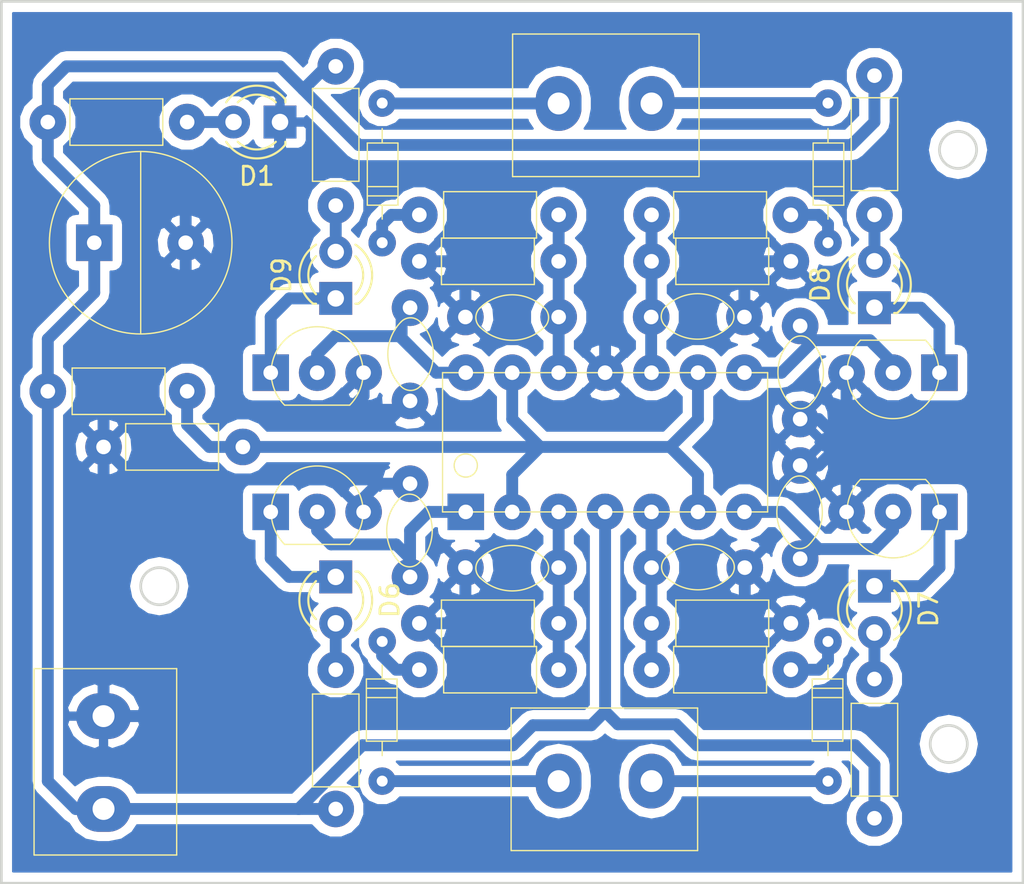
<source format=kicad_pcb>
(kicad_pcb (version 4) (host pcbnew 4.0.6)

  (general
    (links 70)
    (no_connects 0)
    (area 10.846999 10.846999 66.877001 59.257001)
    (thickness 1.6)
    (drawings 7)
    (tracks 199)
    (zones 0)
    (modules 41)
    (nets 29)
  )

  (page A4)
  (layers
    (0 F.Cu signal)
    (31 B.Cu signal)
    (32 B.Adhes user hide)
    (33 F.Adhes user hide)
    (34 B.Paste user hide)
    (35 F.Paste user hide)
    (36 B.SilkS user hide)
    (37 F.SilkS user)
    (38 B.Mask user hide)
    (39 F.Mask user hide)
    (40 Dwgs.User user hide)
    (41 Cmts.User user hide)
    (42 Eco1.User user hide)
    (43 Eco2.User user hide)
    (44 Edge.Cuts user)
    (45 Margin user hide)
    (46 B.CrtYd user hide)
    (47 F.CrtYd user hide)
    (48 B.Fab user hide)
    (49 F.Fab user hide)
  )

  (setup
    (last_trace_width 0.65)
    (trace_clearance 0.2)
    (zone_clearance 0.508)
    (zone_45_only no)
    (trace_min 0.2)
    (segment_width 0.2)
    (edge_width 0.15)
    (via_size 0.6)
    (via_drill 0.4)
    (via_min_size 0.4)
    (via_min_drill 0.3)
    (uvia_size 0.3)
    (uvia_drill 0.1)
    (uvias_allowed no)
    (uvia_min_size 0.2)
    (uvia_min_drill 0.1)
    (pcb_text_width 0.3)
    (pcb_text_size 1.5 1.5)
    (mod_edge_width 0.15)
    (mod_text_size 1 1)
    (mod_text_width 0.15)
    (pad_size 1.524 1.524)
    (pad_drill 0.762)
    (pad_to_mask_clearance 0.2)
    (aux_axis_origin 0 0)
    (visible_elements 7FFFEFFF)
    (pcbplotparams
      (layerselection 0x00030_80000001)
      (usegerberextensions false)
      (excludeedgelayer true)
      (linewidth 0.400000)
      (plotframeref false)
      (viasonmask false)
      (mode 1)
      (useauxorigin false)
      (hpglpennumber 1)
      (hpglpenspeed 20)
      (hpglpendiameter 15)
      (hpglpenoverlay 2)
      (psnegative false)
      (psa4output false)
      (plotreference true)
      (plotvalue true)
      (plotinvisibletext false)
      (padsonsilk false)
      (subtractmaskfromsilk false)
      (outputformat 1)
      (mirror false)
      (drillshape 1)
      (scaleselection 1)
      (outputdirectory ""))
  )

  (net 0 "")
  (net 1 VCC)
  (net 2 GND)
  (net 3 "Net-(C2-Pad1)")
  (net 4 "Net-(C3-Pad1)")
  (net 5 "Net-(C4-Pad1)")
  (net 6 "Net-(C5-Pad1)")
  (net 7 "Net-(C6-Pad1)")
  (net 8 "Net-(C7-Pad1)")
  (net 9 "Net-(C8-Pad1)")
  (net 10 "Net-(C9-Pad1)")
  (net 11 "Net-(D1-Pad2)")
  (net 12 "Net-(D2-Pad1)")
  (net 13 "Net-(D2-Pad2)")
  (net 14 "Net-(D3-Pad1)")
  (net 15 "Net-(D3-Pad2)")
  (net 16 "Net-(D4-Pad1)")
  (net 17 "Net-(D4-Pad2)")
  (net 18 "Net-(D5-Pad1)")
  (net 19 "Net-(D5-Pad2)")
  (net 20 "Net-(D6-Pad1)")
  (net 21 "Net-(D6-Pad2)")
  (net 22 "Net-(D7-Pad1)")
  (net 23 "Net-(D7-Pad2)")
  (net 24 "Net-(D8-Pad1)")
  (net 25 "Net-(D8-Pad2)")
  (net 26 "Net-(D9-Pad1)")
  (net 27 "Net-(D9-Pad2)")
  (net 28 REF)

  (net_class Default "Questo è il gruppo di collegamenti predefinito"
    (clearance 0.2)
    (trace_width 0.65)
    (via_dia 0.6)
    (via_drill 0.4)
    (uvia_dia 0.3)
    (uvia_drill 0.1)
    (add_net GND)
    (add_net "Net-(C2-Pad1)")
    (add_net "Net-(C3-Pad1)")
    (add_net "Net-(C4-Pad1)")
    (add_net "Net-(C5-Pad1)")
    (add_net "Net-(C6-Pad1)")
    (add_net "Net-(C7-Pad1)")
    (add_net "Net-(C8-Pad1)")
    (add_net "Net-(C9-Pad1)")
    (add_net "Net-(D1-Pad2)")
    (add_net "Net-(D2-Pad1)")
    (add_net "Net-(D2-Pad2)")
    (add_net "Net-(D3-Pad1)")
    (add_net "Net-(D3-Pad2)")
    (add_net "Net-(D4-Pad1)")
    (add_net "Net-(D4-Pad2)")
    (add_net "Net-(D5-Pad1)")
    (add_net "Net-(D5-Pad2)")
    (add_net "Net-(D6-Pad1)")
    (add_net "Net-(D6-Pad2)")
    (add_net "Net-(D7-Pad1)")
    (add_net "Net-(D7-Pad2)")
    (add_net "Net-(D8-Pad1)")
    (add_net "Net-(D8-Pad2)")
    (add_net "Net-(D9-Pad1)")
    (add_net "Net-(D9-Pad2)")
    (add_net REF)
    (add_net VCC)
  )

  (module Impronte:DO-35 (layer F.Cu) (tedit 59A7E747) (tstamp 59A697D4)
    (at 31.75 50.038 270)
    (path /59A6945A)
    (fp_text reference D4 (at -2.786 -1.25 270) (layer Eco1.User)
      (effects (font (size 0.5 0.5) (thickness 0.1)))
    )
    (fp_text value 1n4148 (at 1.214 -1.25 270) (layer Eco2.User)
      (effects (font (size 0.5 0.5) (thickness 0.1)))
    )
    (fp_line (start -2.032 0) (end -2.794 0) (layer F.SilkS) (width 0.075))
    (fp_line (start 1.397 0) (end 2.159 0) (layer F.SilkS) (width 0.075))
    (fp_line (start -1.524 -0.8128) (end -1.524 0.8636) (layer F.SilkS) (width 0.075))
    (fp_line (start -1.016 -0.8128) (end -1.016 0.8636) (layer F.SilkS) (width 0.075))
    (fp_line (start -2.032 -0.8128) (end 1.3716 -0.8128) (layer F.SilkS) (width 0.075))
    (fp_line (start -2.032 0.8636) (end -2.032 -0.8128) (layer F.SilkS) (width 0.075))
    (fp_line (start 1.3716 0.8636) (end -2.032 0.8636) (layer F.SilkS) (width 0.075))
    (fp_line (start 1.3716 -0.8128) (end 1.3716 0.8636) (layer F.SilkS) (width 0.075))
    (pad 1 thru_hole circle (at -4.086 0 270) (size 1.5 1.5) (drill 0.6) (layers *.Cu B.Mask)
      (net 16 "Net-(D4-Pad1)"))
    (pad 2 thru_hole circle (at 3.556 0 270) (size 1.5 1.5) (drill 0.6) (layers *.Cu B.Mask)
      (net 17 "Net-(D4-Pad2)"))
    (model Diodes_ThroughHole.3dshapes/D_DO-35_SOD27_P7.62mm_Horizontal.wrl
      (at (xyz -0.165 0 0))
      (scale (xyz 0.4 0.4 0.4))
      (rotate (xyz 0 0 0))
    )
  )

  (module Impronte:AK300-2 (layer F.Cu) (tedit 5943A25F) (tstamp 59A697F8)
    (at 16.51 50.038 270)
    (descr CONNECTOR)
    (tags CONNECTOR)
    (path /59A689FA)
    (attr virtual)
    (fp_text reference J1 (at -1.2 -3.2 270) (layer Eco1.User)
      (effects (font (size 0.5 0.5) (thickness 0.1)))
    )
    (fp_text value Sup (at 1.8 -2.4 270) (layer Eco2.User)
      (effects (font (size 0.5 0.5) (thickness 0.1)))
    )
    (fp_line (start 7.6 3.8) (end 7.6 -4) (layer F.SilkS) (width 0.075))
    (fp_line (start -2.6 3.8) (end 7.6 3.8) (layer F.SilkS) (width 0.075))
    (fp_line (start -2.6 -4) (end -2.6 3.8) (layer F.SilkS) (width 0.075))
    (fp_line (start 7.6 -4) (end -2.6 -4) (layer F.SilkS) (width 0.075))
    (pad 1 thru_hole oval (at 0 0 270) (size 2.5 3) (drill 1.2) (layers *.Cu F.Paste F.Mask)
      (net 2 GND))
    (pad 2 thru_hole oval (at 5.08 0 270) (size 2.5 3) (drill 1.2) (layers *.Cu F.Paste F.Mask)
      (net 1 VCC))
    (model "F:/Dropbox/Elettronica/Kicad/Modelli 3D/AK300-2.wrl"
      (at (xyz 0 0 0))
      (scale (xyz 1 1 1))
      (rotate (xyz -90 0 0))
    )
  )

  (module Impronte:DIP-14 (layer F.Cu) (tedit 59438A28) (tstamp 59A6988C)
    (at 35.052 38.862)
    (path /59A6BB33)
    (fp_text reference U1 (at 1.143 -4.064) (layer Eco1.User)
      (effects (font (size 0.5 0.5) (thickness 0.1)))
    )
    (fp_text value LM324_4 (at 9.271 -4.064) (layer Eco2.User)
      (effects (font (size 0.5 0.5) (thickness 0.1)))
    )
    (fp_line (start 0 0) (end 0 -7.62) (layer F.SilkS) (width 0.075))
    (fp_line (start 17.78 0) (end 0 0) (layer F.SilkS) (width 0.075))
    (fp_line (start 17.78 -7.62) (end 17.78 0) (layer F.SilkS) (width 0.075))
    (fp_line (start 0 -7.62) (end 17.78 -7.62) (layer F.SilkS) (width 0.075))
    (fp_circle (center 1.27 -2.54) (end 1.905 -2.54) (layer F.SilkS) (width 0.075))
    (pad 1 thru_hole rect (at 1.27 0) (size 2 2) (drill 0.8) (layers *.Cu *.Mask)
      (net 7 "Net-(C6-Pad1)"))
    (pad 2 thru_hole circle (at 3.81 0) (size 2 2) (drill 0.8) (layers *.Cu *.Mask)
      (net 28 REF))
    (pad 3 thru_hole circle (at 6.35 0) (size 2 2) (drill 0.8) (layers *.Cu *.Mask)
      (net 5 "Net-(C4-Pad1)"))
    (pad 4 thru_hole circle (at 8.89 0) (size 2 2) (drill 0.8) (layers *.Cu *.Mask)
      (net 1 VCC))
    (pad 5 thru_hole circle (at 11.43 0) (size 2 2) (drill 0.8) (layers *.Cu *.Mask)
      (net 3 "Net-(C2-Pad1)"))
    (pad 6 thru_hole circle (at 13.97 0) (size 2 2) (drill 0.8) (layers *.Cu *.Mask)
      (net 28 REF))
    (pad 7 thru_hole circle (at 16.51 0) (size 2 2) (drill 0.8) (layers *.Cu *.Mask)
      (net 8 "Net-(C7-Pad1)"))
    (pad 8 thru_hole circle (at 16.51 -7.62) (size 2 2) (drill 0.8) (layers *.Cu *.Mask)
      (net 9 "Net-(C8-Pad1)"))
    (pad 9 thru_hole circle (at 13.97 -7.62) (size 2 2) (drill 0.8) (layers *.Cu *.Mask)
      (net 28 REF))
    (pad 10 thru_hole circle (at 11.43 -7.62) (size 2 2) (drill 0.8) (layers *.Cu *.Mask)
      (net 6 "Net-(C5-Pad1)"))
    (pad 11 thru_hole circle (at 8.89 -7.62) (size 2 2) (drill 0.8) (layers *.Cu *.Mask)
      (net 2 GND))
    (pad 12 thru_hole circle (at 6.35 -7.62) (size 2 2) (drill 0.8) (layers *.Cu *.Mask)
      (net 4 "Net-(C3-Pad1)"))
    (pad 13 thru_hole circle (at 3.81 -7.62) (size 2 2) (drill 0.8) (layers *.Cu *.Mask)
      (net 28 REF))
    (pad 14 thru_hole circle (at 1.27 -7.62) (size 2 2) (drill 0.8) (layers *.Cu *.Mask)
      (net 10 "Net-(C9-Pad1)"))
    (model Housings_DIP.3dshapes/DIP-14_W7.62mm.wrl
      (at (xyz 0.05 -0 0.05))
      (scale (xyz 1 1 1))
      (rotate (xyz 0 0 -90))
    )
  )

  (module Impronte:Cap_5x2.7 (layer F.Cu) (tedit 59439273) (tstamp 59A69798)
    (at 41.402 29.494 180)
    (path /59A6CF5C)
    (fp_text reference C3 (at 1.016 -0.254 180) (layer Eco1.User)
      (effects (font (size 0.5 0.5) (thickness 0.1)))
    )
    (fp_text value 470n (at 2.159 1.27 180) (layer Eco2.User)
      (effects (font (size 0.5 0.5) (thickness 0.1)))
    )
    (fp_arc (start 1.27 1.27) (end 0.762 1.778) (angle 90) (layer F.SilkS) (width 0.075))
    (fp_arc (start 2.54 0) (end 4.318 1.778) (angle 90) (layer F.SilkS) (width 0.075))
    (fp_arc (start 3.81 1.27) (end 4.318 0.762) (angle 90) (layer F.SilkS) (width 0.075))
    (fp_arc (start 2.54 2.54) (end 0.762 0.762) (angle 90) (layer F.SilkS) (width 0.075))
    (pad 1 thru_hole circle (at 0 1.3 180) (size 2 2) (drill 0.8) (layers *.Cu *.Mask)
      (net 4 "Net-(C3-Pad1)"))
    (pad 2 thru_hole circle (at 5.1 1.3 180) (size 2 2) (drill 0.8) (layers *.Cu *.Mask)
      (net 2 GND))
    (model Capacitors_ThroughHole.3dshapes/C_Disc_D3_P2.5.wrl
      (at (xyz 0.1 -0.05 0.075))
      (scale (xyz 2 2 2))
      (rotate (xyz 0 0 0))
    )
  )

  (module Impronte:Res_Orizz_7mm (layer F.Cu) (tedit 59438C30) (tstamp 59A69844)
    (at 37.652 47.498 180)
    (descr "Resistor, Axial,  RM 10mm, 1/3W")
    (tags "Resistor Axial RM 10mm 1/3W")
    (path /59A68F8D)
    (fp_text reference R6 (at -1.4 -0.85 180) (layer Eco1.User)
      (effects (font (size 0.5 0.5) (thickness 0.1)))
    )
    (fp_text value 39k (at 0.35 0 180) (layer Eco2.User)
      (effects (font (size 0.5 0.5) (thickness 0.1)))
    )
    (fp_line (start -2.54 1.27) (end -2.54 -1.27) (layer F.SilkS) (width 0.075))
    (fp_line (start 2.54 1.27) (end -2.54 1.27) (layer F.SilkS) (width 0.075))
    (fp_line (start 2.54 1.27) (end 2.54 -1.27) (layer F.SilkS) (width 0.075))
    (fp_line (start 2.54 -1.27) (end -2.54 -1.27) (layer F.SilkS) (width 0.075))
    (pad 1 thru_hole circle (at -3.75 0 180) (size 2 2) (drill 0.8) (layers *.Cu *.Mask)
      (net 5 "Net-(C4-Pad1)"))
    (pad 2 thru_hole circle (at 3.87 0 180) (size 2 2) (drill 0.8) (layers *.Cu *.Mask)
      (net 16 "Net-(D4-Pad1)"))
    (model Resistors_THT.3dshapes/R_Axial_DIN0207_L6.3mm_D2.5mm_P7.62mm_Horizontal.wrl
      (at (xyz -0.15 0 0))
      (scale (xyz 0.4 0.4 0.4))
      (rotate (xyz 0 0 0))
    )
  )

  (module Impronte:Cap_10 (layer F.Cu) (tedit 594475BF) (tstamp 59A6978C)
    (at 18.542 24.13)
    (descr "Radial Electrolytic Capacitor Diameter 10mm x Length 13mm, Pitch 5mm")
    (tags "Electrolytic Capacitor")
    (path /59A68AF7)
    (fp_text reference C1 (at -0.762 -2.286) (layer Eco1.User)
      (effects (font (size 0.5 0.5) (thickness 0.1)))
    )
    (fp_text value 100u (at -0.254 2.286) (layer Eco2.User)
      (effects (font (size 0.5 0.5) (thickness 0.1)))
    )
    (fp_circle (center 0 0) (end 4.953 0.635) (layer F.SilkS) (width 0.075))
    (fp_line (start 0 -4.953) (end 0 4.953) (layer F.SilkS) (width 0.075))
    (pad 1 thru_hole rect (at -2.54 0) (size 2 2) (drill 0.8) (layers *.Cu *.Mask)
      (net 1 VCC))
    (pad 2 thru_hole circle (at 2.46 0) (size 2 2) (drill 0.8) (layers *.Cu *.Mask)
      (net 2 GND))
    (model Capacitors_ThroughHole.3dshapes/C_Radial_D10_L13_P5.wrl
      (at (xyz 0 0 0))
      (scale (xyz 1 1 1))
      (rotate (xyz 0 0 90))
    )
  )

  (module Impronte:Cap_5x2.7 (layer F.Cu) (tedit 59439273) (tstamp 59A69792)
    (at 46.482 40.61)
    (path /59A6B927)
    (fp_text reference C2 (at 1.016 -0.254) (layer Eco1.User)
      (effects (font (size 0.5 0.5) (thickness 0.1)))
    )
    (fp_text value 470n (at 2.159 1.27) (layer Eco2.User)
      (effects (font (size 0.5 0.5) (thickness 0.1)))
    )
    (fp_arc (start 1.27 1.27) (end 0.762 1.778) (angle 90) (layer F.SilkS) (width 0.075))
    (fp_arc (start 2.54 0) (end 4.318 1.778) (angle 90) (layer F.SilkS) (width 0.075))
    (fp_arc (start 3.81 1.27) (end 4.318 0.762) (angle 90) (layer F.SilkS) (width 0.075))
    (fp_arc (start 2.54 2.54) (end 0.762 0.762) (angle 90) (layer F.SilkS) (width 0.075))
    (pad 1 thru_hole circle (at 0 1.3) (size 2 2) (drill 0.8) (layers *.Cu *.Mask)
      (net 3 "Net-(C2-Pad1)"))
    (pad 2 thru_hole circle (at 5.1 1.3) (size 2 2) (drill 0.8) (layers *.Cu *.Mask)
      (net 2 GND))
    (model Capacitors_ThroughHole.3dshapes/C_Disc_D3_P2.5.wrl
      (at (xyz 0.1 -0.05 0.075))
      (scale (xyz 2 2 2))
      (rotate (xyz 0 0 0))
    )
  )

  (module Impronte:Cap_5x2.7 (layer F.Cu) (tedit 59439273) (tstamp 59A6979E)
    (at 41.402 43.21 180)
    (path /59A6B880)
    (fp_text reference C4 (at 1.016 -0.254 180) (layer Eco1.User)
      (effects (font (size 0.5 0.5) (thickness 0.1)))
    )
    (fp_text value 470n (at 2.159 1.27 180) (layer Eco2.User)
      (effects (font (size 0.5 0.5) (thickness 0.1)))
    )
    (fp_arc (start 1.27 1.27) (end 0.762 1.778) (angle 90) (layer F.SilkS) (width 0.075))
    (fp_arc (start 2.54 0) (end 4.318 1.778) (angle 90) (layer F.SilkS) (width 0.075))
    (fp_arc (start 3.81 1.27) (end 4.318 0.762) (angle 90) (layer F.SilkS) (width 0.075))
    (fp_arc (start 2.54 2.54) (end 0.762 0.762) (angle 90) (layer F.SilkS) (width 0.075))
    (pad 1 thru_hole circle (at 0 1.3 180) (size 2 2) (drill 0.8) (layers *.Cu *.Mask)
      (net 5 "Net-(C4-Pad1)"))
    (pad 2 thru_hole circle (at 5.1 1.3 180) (size 2 2) (drill 0.8) (layers *.Cu *.Mask)
      (net 2 GND))
    (model Capacitors_ThroughHole.3dshapes/C_Disc_D3_P2.5.wrl
      (at (xyz 0.1 -0.05 0.075))
      (scale (xyz 2 2 2))
      (rotate (xyz 0 0 0))
    )
  )

  (module Impronte:Cap_5x2.7 (layer F.Cu) (tedit 59439273) (tstamp 59A697A4)
    (at 46.462 26.894)
    (path /59A6CF4E)
    (fp_text reference C5 (at 1.016 -0.254) (layer Eco1.User)
      (effects (font (size 0.5 0.5) (thickness 0.1)))
    )
    (fp_text value 470n (at 2.159 1.27) (layer Eco2.User)
      (effects (font (size 0.5 0.5) (thickness 0.1)))
    )
    (fp_arc (start 1.27 1.27) (end 0.762 1.778) (angle 90) (layer F.SilkS) (width 0.075))
    (fp_arc (start 2.54 0) (end 4.318 1.778) (angle 90) (layer F.SilkS) (width 0.075))
    (fp_arc (start 3.81 1.27) (end 4.318 0.762) (angle 90) (layer F.SilkS) (width 0.075))
    (fp_arc (start 2.54 2.54) (end 0.762 0.762) (angle 90) (layer F.SilkS) (width 0.075))
    (pad 1 thru_hole circle (at 0 1.3) (size 2 2) (drill 0.8) (layers *.Cu *.Mask)
      (net 6 "Net-(C5-Pad1)"))
    (pad 2 thru_hole circle (at 5.1 1.3) (size 2 2) (drill 0.8) (layers *.Cu *.Mask)
      (net 2 GND))
    (model Capacitors_ThroughHole.3dshapes/C_Disc_D3_P2.5.wrl
      (at (xyz 0.1 -0.05 0.075))
      (scale (xyz 2 2 2))
      (rotate (xyz 0 0 0))
    )
  )

  (module Impronte:Cap_5x2.7 (layer F.Cu) (tedit 59439273) (tstamp 59A697AA)
    (at 31.974 42.418 90)
    (path /59A6ED91)
    (fp_text reference C6 (at 1.016 -0.254 90) (layer Eco1.User)
      (effects (font (size 0.5 0.5) (thickness 0.1)))
    )
    (fp_text value 1u (at 2.159 1.27 90) (layer Eco2.User)
      (effects (font (size 0.5 0.5) (thickness 0.1)))
    )
    (fp_arc (start 1.27 1.27) (end 0.762 1.778) (angle 90) (layer F.SilkS) (width 0.075))
    (fp_arc (start 2.54 0) (end 4.318 1.778) (angle 90) (layer F.SilkS) (width 0.075))
    (fp_arc (start 3.81 1.27) (end 4.318 0.762) (angle 90) (layer F.SilkS) (width 0.075))
    (fp_arc (start 2.54 2.54) (end 0.762 0.762) (angle 90) (layer F.SilkS) (width 0.075))
    (pad 1 thru_hole circle (at 0 1.3 90) (size 2 2) (drill 0.8) (layers *.Cu *.Mask)
      (net 7 "Net-(C6-Pad1)"))
    (pad 2 thru_hole circle (at 5.1 1.3 90) (size 2 2) (drill 0.8) (layers *.Cu *.Mask)
      (net 2 GND))
    (model Capacitors_ThroughHole.3dshapes/C_Disc_D3_P2.5.wrl
      (at (xyz 0.1 -0.05 0.075))
      (scale (xyz 2 2 2))
      (rotate (xyz 0 0 0))
    )
  )

  (module Impronte:Cap_5x2.7 (layer F.Cu) (tedit 59439273) (tstamp 59A697B0)
    (at 53.31 41.422 90)
    (path /59A6FECC)
    (fp_text reference C7 (at 1.016 -0.254 90) (layer Eco1.User)
      (effects (font (size 0.5 0.5) (thickness 0.1)))
    )
    (fp_text value 1u (at 2.159 1.27 90) (layer Eco2.User)
      (effects (font (size 0.5 0.5) (thickness 0.1)))
    )
    (fp_arc (start 1.27 1.27) (end 0.762 1.778) (angle 90) (layer F.SilkS) (width 0.075))
    (fp_arc (start 2.54 0) (end 4.318 1.778) (angle 90) (layer F.SilkS) (width 0.075))
    (fp_arc (start 3.81 1.27) (end 4.318 0.762) (angle 90) (layer F.SilkS) (width 0.075))
    (fp_arc (start 2.54 2.54) (end 0.762 0.762) (angle 90) (layer F.SilkS) (width 0.075))
    (pad 1 thru_hole circle (at 0 1.3 90) (size 2 2) (drill 0.8) (layers *.Cu *.Mask)
      (net 8 "Net-(C7-Pad1)"))
    (pad 2 thru_hole circle (at 5.1 1.3 90) (size 2 2) (drill 0.8) (layers *.Cu *.Mask)
      (net 2 GND))
    (model Capacitors_ThroughHole.3dshapes/C_Disc_D3_P2.5.wrl
      (at (xyz 0.1 -0.05 0.075))
      (scale (xyz 2 2 2))
      (rotate (xyz 0 0 0))
    )
  )

  (module Impronte:Cap_5x2.7 (layer F.Cu) (tedit 59439273) (tstamp 59A697B6)
    (at 55.91 28.682 270)
    (path /59A70116)
    (fp_text reference C8 (at 1.016 -0.254 270) (layer Eco1.User)
      (effects (font (size 0.5 0.5) (thickness 0.1)))
    )
    (fp_text value 1u (at 2.159 1.27 270) (layer Eco2.User)
      (effects (font (size 0.5 0.5) (thickness 0.1)))
    )
    (fp_arc (start 1.27 1.27) (end 0.762 1.778) (angle 90) (layer F.SilkS) (width 0.075))
    (fp_arc (start 2.54 0) (end 4.318 1.778) (angle 90) (layer F.SilkS) (width 0.075))
    (fp_arc (start 3.81 1.27) (end 4.318 0.762) (angle 90) (layer F.SilkS) (width 0.075))
    (fp_arc (start 2.54 2.54) (end 0.762 0.762) (angle 90) (layer F.SilkS) (width 0.075))
    (pad 1 thru_hole circle (at 0 1.3 270) (size 2 2) (drill 0.8) (layers *.Cu *.Mask)
      (net 9 "Net-(C8-Pad1)"))
    (pad 2 thru_hole circle (at 5.1 1.3 270) (size 2 2) (drill 0.8) (layers *.Cu *.Mask)
      (net 2 GND))
    (model Capacitors_ThroughHole.3dshapes/C_Disc_D3_P2.5.wrl
      (at (xyz 0.1 -0.05 0.075))
      (scale (xyz 2 2 2))
      (rotate (xyz 0 0 0))
    )
  )

  (module Impronte:Cap_5x2.7 (layer F.Cu) (tedit 59439273) (tstamp 59A697BC)
    (at 34.574 27.686 270)
    (path /59A7055C)
    (fp_text reference C9 (at 1.016 -0.254 270) (layer Eco1.User)
      (effects (font (size 0.5 0.5) (thickness 0.1)))
    )
    (fp_text value 1u (at 2.159 1.27 270) (layer Eco2.User)
      (effects (font (size 0.5 0.5) (thickness 0.1)))
    )
    (fp_arc (start 1.27 1.27) (end 0.762 1.778) (angle 90) (layer F.SilkS) (width 0.075))
    (fp_arc (start 2.54 0) (end 4.318 1.778) (angle 90) (layer F.SilkS) (width 0.075))
    (fp_arc (start 3.81 1.27) (end 4.318 0.762) (angle 90) (layer F.SilkS) (width 0.075))
    (fp_arc (start 2.54 2.54) (end 0.762 0.762) (angle 90) (layer F.SilkS) (width 0.075))
    (pad 1 thru_hole circle (at 0 1.3 270) (size 2 2) (drill 0.8) (layers *.Cu *.Mask)
      (net 10 "Net-(C9-Pad1)"))
    (pad 2 thru_hole circle (at 5.1 1.3 270) (size 2 2) (drill 0.8) (layers *.Cu *.Mask)
      (net 2 GND))
    (model Capacitors_ThroughHole.3dshapes/C_Disc_D3_P2.5.wrl
      (at (xyz 0.1 -0.05 0.075))
      (scale (xyz 2 2 2))
      (rotate (xyz 0 0 0))
    )
  )

  (module LEDs:LED_D3.0mm (layer F.Cu) (tedit 587A3A7B) (tstamp 59A697C2)
    (at 26.162 17.526 180)
    (descr "LED, diameter 3.0mm, 2 pins")
    (tags "LED diameter 3.0mm 2 pins")
    (path /59A73932)
    (fp_text reference D1 (at 1.27 -2.96 180) (layer F.SilkS)
      (effects (font (size 1 1) (thickness 0.15)))
    )
    (fp_text value LED (at 1.27 2.96 180) (layer F.Fab)
      (effects (font (size 1 1) (thickness 0.15)))
    )
    (fp_arc (start 1.27 0) (end -0.23 -1.16619) (angle 284.3) (layer F.Fab) (width 0.1))
    (fp_arc (start 1.27 0) (end -0.29 -1.235516) (angle 108.8) (layer F.SilkS) (width 0.12))
    (fp_arc (start 1.27 0) (end -0.29 1.235516) (angle -108.8) (layer F.SilkS) (width 0.12))
    (fp_arc (start 1.27 0) (end 0.229039 -1.08) (angle 87.9) (layer F.SilkS) (width 0.12))
    (fp_arc (start 1.27 0) (end 0.229039 1.08) (angle -87.9) (layer F.SilkS) (width 0.12))
    (fp_circle (center 1.27 0) (end 2.77 0) (layer F.Fab) (width 0.1))
    (fp_line (start -0.23 -1.16619) (end -0.23 1.16619) (layer F.Fab) (width 0.1))
    (fp_line (start -0.29 -1.236) (end -0.29 -1.08) (layer F.SilkS) (width 0.12))
    (fp_line (start -0.29 1.08) (end -0.29 1.236) (layer F.SilkS) (width 0.12))
    (fp_line (start -1.15 -2.25) (end -1.15 2.25) (layer F.CrtYd) (width 0.05))
    (fp_line (start -1.15 2.25) (end 3.7 2.25) (layer F.CrtYd) (width 0.05))
    (fp_line (start 3.7 2.25) (end 3.7 -2.25) (layer F.CrtYd) (width 0.05))
    (fp_line (start 3.7 -2.25) (end -1.15 -2.25) (layer F.CrtYd) (width 0.05))
    (pad 1 thru_hole rect (at 0 0 180) (size 1.8 1.8) (drill 0.9) (layers *.Cu *.Mask)
      (net 2 GND))
    (pad 2 thru_hole circle (at 2.54 0 180) (size 1.8 1.8) (drill 0.9) (layers *.Cu *.Mask)
      (net 11 "Net-(D1-Pad2)"))
    (model ${KISYS3DMOD}/LEDs.3dshapes/LED_D3.0mm.wrl
      (at (xyz 0 0 0))
      (scale (xyz 0.393701 0.393701 0.393701))
      (rotate (xyz 0 0 0))
    )
  )

  (module LEDs:LED_D3.0mm (layer F.Cu) (tedit 587A3A7B) (tstamp 59A697E0)
    (at 29.21 42.418 270)
    (descr "LED, diameter 3.0mm, 2 pins")
    (tags "LED diameter 3.0mm 2 pins")
    (path /59A6F972)
    (fp_text reference D6 (at 1.27 -2.96 270) (layer F.SilkS)
      (effects (font (size 1 1) (thickness 0.15)))
    )
    (fp_text value LED (at 1.27 2.96 270) (layer F.Fab)
      (effects (font (size 1 1) (thickness 0.15)))
    )
    (fp_arc (start 1.27 0) (end -0.23 -1.16619) (angle 284.3) (layer F.Fab) (width 0.1))
    (fp_arc (start 1.27 0) (end -0.29 -1.235516) (angle 108.8) (layer F.SilkS) (width 0.12))
    (fp_arc (start 1.27 0) (end -0.29 1.235516) (angle -108.8) (layer F.SilkS) (width 0.12))
    (fp_arc (start 1.27 0) (end 0.229039 -1.08) (angle 87.9) (layer F.SilkS) (width 0.12))
    (fp_arc (start 1.27 0) (end 0.229039 1.08) (angle -87.9) (layer F.SilkS) (width 0.12))
    (fp_circle (center 1.27 0) (end 2.77 0) (layer F.Fab) (width 0.1))
    (fp_line (start -0.23 -1.16619) (end -0.23 1.16619) (layer F.Fab) (width 0.1))
    (fp_line (start -0.29 -1.236) (end -0.29 -1.08) (layer F.SilkS) (width 0.12))
    (fp_line (start -0.29 1.08) (end -0.29 1.236) (layer F.SilkS) (width 0.12))
    (fp_line (start -1.15 -2.25) (end -1.15 2.25) (layer F.CrtYd) (width 0.05))
    (fp_line (start -1.15 2.25) (end 3.7 2.25) (layer F.CrtYd) (width 0.05))
    (fp_line (start 3.7 2.25) (end 3.7 -2.25) (layer F.CrtYd) (width 0.05))
    (fp_line (start 3.7 -2.25) (end -1.15 -2.25) (layer F.CrtYd) (width 0.05))
    (pad 1 thru_hole rect (at 0 0 270) (size 1.8 1.8) (drill 0.9) (layers *.Cu *.Mask)
      (net 20 "Net-(D6-Pad1)"))
    (pad 2 thru_hole circle (at 2.54 0 270) (size 1.8 1.8) (drill 0.9) (layers *.Cu *.Mask)
      (net 21 "Net-(D6-Pad2)"))
    (model ${KISYS3DMOD}/LEDs.3dshapes/LED_D3.0mm.wrl
      (at (xyz 0 0 0))
      (scale (xyz 0.393701 0.393701 0.393701))
      (rotate (xyz 0 0 0))
    )
  )

  (module LEDs:LED_D3.0mm (layer F.Cu) (tedit 587A3A7B) (tstamp 59A697E6)
    (at 58.674 42.926 270)
    (descr "LED, diameter 3.0mm, 2 pins")
    (tags "LED diameter 3.0mm 2 pins")
    (path /59A6FEE3)
    (fp_text reference D7 (at 1.27 -2.96 270) (layer F.SilkS)
      (effects (font (size 1 1) (thickness 0.15)))
    )
    (fp_text value LED (at 1.27 2.96 270) (layer F.Fab)
      (effects (font (size 1 1) (thickness 0.15)))
    )
    (fp_arc (start 1.27 0) (end -0.23 -1.16619) (angle 284.3) (layer F.Fab) (width 0.1))
    (fp_arc (start 1.27 0) (end -0.29 -1.235516) (angle 108.8) (layer F.SilkS) (width 0.12))
    (fp_arc (start 1.27 0) (end -0.29 1.235516) (angle -108.8) (layer F.SilkS) (width 0.12))
    (fp_arc (start 1.27 0) (end 0.229039 -1.08) (angle 87.9) (layer F.SilkS) (width 0.12))
    (fp_arc (start 1.27 0) (end 0.229039 1.08) (angle -87.9) (layer F.SilkS) (width 0.12))
    (fp_circle (center 1.27 0) (end 2.77 0) (layer F.Fab) (width 0.1))
    (fp_line (start -0.23 -1.16619) (end -0.23 1.16619) (layer F.Fab) (width 0.1))
    (fp_line (start -0.29 -1.236) (end -0.29 -1.08) (layer F.SilkS) (width 0.12))
    (fp_line (start -0.29 1.08) (end -0.29 1.236) (layer F.SilkS) (width 0.12))
    (fp_line (start -1.15 -2.25) (end -1.15 2.25) (layer F.CrtYd) (width 0.05))
    (fp_line (start -1.15 2.25) (end 3.7 2.25) (layer F.CrtYd) (width 0.05))
    (fp_line (start 3.7 2.25) (end 3.7 -2.25) (layer F.CrtYd) (width 0.05))
    (fp_line (start 3.7 -2.25) (end -1.15 -2.25) (layer F.CrtYd) (width 0.05))
    (pad 1 thru_hole rect (at 0 0 270) (size 1.8 1.8) (drill 0.9) (layers *.Cu *.Mask)
      (net 22 "Net-(D7-Pad1)"))
    (pad 2 thru_hole circle (at 2.54 0 270) (size 1.8 1.8) (drill 0.9) (layers *.Cu *.Mask)
      (net 23 "Net-(D7-Pad2)"))
    (model ${KISYS3DMOD}/LEDs.3dshapes/LED_D3.0mm.wrl
      (at (xyz 0 0 0))
      (scale (xyz 0.393701 0.393701 0.393701))
      (rotate (xyz 0 0 0))
    )
  )

  (module LEDs:LED_D3.0mm (layer F.Cu) (tedit 587A3A7B) (tstamp 59A697EC)
    (at 58.674 27.686 90)
    (descr "LED, diameter 3.0mm, 2 pins")
    (tags "LED diameter 3.0mm 2 pins")
    (path /59A7012D)
    (fp_text reference D8 (at 1.27 -2.96 90) (layer F.SilkS)
      (effects (font (size 1 1) (thickness 0.15)))
    )
    (fp_text value LED (at 1.27 2.96 90) (layer F.Fab)
      (effects (font (size 1 1) (thickness 0.15)))
    )
    (fp_arc (start 1.27 0) (end -0.23 -1.16619) (angle 284.3) (layer F.Fab) (width 0.1))
    (fp_arc (start 1.27 0) (end -0.29 -1.235516) (angle 108.8) (layer F.SilkS) (width 0.12))
    (fp_arc (start 1.27 0) (end -0.29 1.235516) (angle -108.8) (layer F.SilkS) (width 0.12))
    (fp_arc (start 1.27 0) (end 0.229039 -1.08) (angle 87.9) (layer F.SilkS) (width 0.12))
    (fp_arc (start 1.27 0) (end 0.229039 1.08) (angle -87.9) (layer F.SilkS) (width 0.12))
    (fp_circle (center 1.27 0) (end 2.77 0) (layer F.Fab) (width 0.1))
    (fp_line (start -0.23 -1.16619) (end -0.23 1.16619) (layer F.Fab) (width 0.1))
    (fp_line (start -0.29 -1.236) (end -0.29 -1.08) (layer F.SilkS) (width 0.12))
    (fp_line (start -0.29 1.08) (end -0.29 1.236) (layer F.SilkS) (width 0.12))
    (fp_line (start -1.15 -2.25) (end -1.15 2.25) (layer F.CrtYd) (width 0.05))
    (fp_line (start -1.15 2.25) (end 3.7 2.25) (layer F.CrtYd) (width 0.05))
    (fp_line (start 3.7 2.25) (end 3.7 -2.25) (layer F.CrtYd) (width 0.05))
    (fp_line (start 3.7 -2.25) (end -1.15 -2.25) (layer F.CrtYd) (width 0.05))
    (pad 1 thru_hole rect (at 0 0 90) (size 1.8 1.8) (drill 0.9) (layers *.Cu *.Mask)
      (net 24 "Net-(D8-Pad1)"))
    (pad 2 thru_hole circle (at 2.54 0 90) (size 1.8 1.8) (drill 0.9) (layers *.Cu *.Mask)
      (net 25 "Net-(D8-Pad2)"))
    (model ${KISYS3DMOD}/LEDs.3dshapes/LED_D3.0mm.wrl
      (at (xyz 0 0 0))
      (scale (xyz 0.393701 0.393701 0.393701))
      (rotate (xyz 0 0 0))
    )
  )

  (module LEDs:LED_D3.0mm (layer F.Cu) (tedit 587A3A7B) (tstamp 59A697F2)
    (at 29.21 27.178 90)
    (descr "LED, diameter 3.0mm, 2 pins")
    (tags "LED diameter 3.0mm 2 pins")
    (path /59A70573)
    (fp_text reference D9 (at 1.27 -2.96 90) (layer F.SilkS)
      (effects (font (size 1 1) (thickness 0.15)))
    )
    (fp_text value LED (at 1.27 2.96 90) (layer F.Fab)
      (effects (font (size 1 1) (thickness 0.15)))
    )
    (fp_arc (start 1.27 0) (end -0.23 -1.16619) (angle 284.3) (layer F.Fab) (width 0.1))
    (fp_arc (start 1.27 0) (end -0.29 -1.235516) (angle 108.8) (layer F.SilkS) (width 0.12))
    (fp_arc (start 1.27 0) (end -0.29 1.235516) (angle -108.8) (layer F.SilkS) (width 0.12))
    (fp_arc (start 1.27 0) (end 0.229039 -1.08) (angle 87.9) (layer F.SilkS) (width 0.12))
    (fp_arc (start 1.27 0) (end 0.229039 1.08) (angle -87.9) (layer F.SilkS) (width 0.12))
    (fp_circle (center 1.27 0) (end 2.77 0) (layer F.Fab) (width 0.1))
    (fp_line (start -0.23 -1.16619) (end -0.23 1.16619) (layer F.Fab) (width 0.1))
    (fp_line (start -0.29 -1.236) (end -0.29 -1.08) (layer F.SilkS) (width 0.12))
    (fp_line (start -0.29 1.08) (end -0.29 1.236) (layer F.SilkS) (width 0.12))
    (fp_line (start -1.15 -2.25) (end -1.15 2.25) (layer F.CrtYd) (width 0.05))
    (fp_line (start -1.15 2.25) (end 3.7 2.25) (layer F.CrtYd) (width 0.05))
    (fp_line (start 3.7 2.25) (end 3.7 -2.25) (layer F.CrtYd) (width 0.05))
    (fp_line (start 3.7 -2.25) (end -1.15 -2.25) (layer F.CrtYd) (width 0.05))
    (pad 1 thru_hole rect (at 0 0 90) (size 1.8 1.8) (drill 0.9) (layers *.Cu *.Mask)
      (net 26 "Net-(D9-Pad1)"))
    (pad 2 thru_hole circle (at 2.54 0 90) (size 1.8 1.8) (drill 0.9) (layers *.Cu *.Mask)
      (net 27 "Net-(D9-Pad2)"))
    (model ${KISYS3DMOD}/LEDs.3dshapes/LED_D3.0mm.wrl
      (at (xyz 0 0 0))
      (scale (xyz 0.393701 0.393701 0.393701))
      (rotate (xyz 0 0 0))
    )
  )

  (module Impronte:AK300-2 (layer F.Cu) (tedit 5943A25F) (tstamp 59A697FE)
    (at 41.402 53.594)
    (descr CONNECTOR)
    (tags CONNECTOR)
    (path /59A68DA7)
    (attr virtual)
    (fp_text reference J2 (at -1.2 -3.2) (layer Eco1.User)
      (effects (font (size 0.5 0.5) (thickness 0.1)))
    )
    (fp_text value Sx&Dx (at 1.8 -2.4) (layer Eco2.User)
      (effects (font (size 0.5 0.5) (thickness 0.1)))
    )
    (fp_line (start 7.6 3.8) (end 7.6 -4) (layer F.SilkS) (width 0.075))
    (fp_line (start -2.6 3.8) (end 7.6 3.8) (layer F.SilkS) (width 0.075))
    (fp_line (start -2.6 -4) (end -2.6 3.8) (layer F.SilkS) (width 0.075))
    (fp_line (start 7.6 -4) (end -2.6 -4) (layer F.SilkS) (width 0.075))
    (pad 1 thru_hole oval (at 0 0) (size 2.5 3) (drill 1.2) (layers *.Cu F.Paste F.Mask)
      (net 17 "Net-(D4-Pad2)"))
    (pad 2 thru_hole oval (at 5.08 0) (size 2.5 3) (drill 1.2) (layers *.Cu F.Paste F.Mask)
      (net 13 "Net-(D2-Pad2)"))
    (model "F:/Dropbox/Elettronica/Kicad/Modelli 3D/AK300-2.wrl"
      (at (xyz 0 0 0))
      (scale (xyz 1 1 1))
      (rotate (xyz -90 0 0))
    )
  )

  (module Impronte:AK300-2 (layer F.Cu) (tedit 5943A25F) (tstamp 59A69804)
    (at 46.482 16.51 180)
    (descr CONNECTOR)
    (tags CONNECTOR)
    (path /59A6CF08)
    (attr virtual)
    (fp_text reference J3 (at -1.2 -3.2 180) (layer Eco1.User)
      (effects (font (size 0.5 0.5) (thickness 0.1)))
    )
    (fp_text value Sub (at 1.8 -2.4 180) (layer Eco2.User)
      (effects (font (size 0.5 0.5) (thickness 0.1)))
    )
    (fp_line (start 7.6 3.8) (end 7.6 -4) (layer F.SilkS) (width 0.075))
    (fp_line (start -2.6 3.8) (end 7.6 3.8) (layer F.SilkS) (width 0.075))
    (fp_line (start -2.6 -4) (end -2.6 3.8) (layer F.SilkS) (width 0.075))
    (fp_line (start 7.6 -4) (end -2.6 -4) (layer F.SilkS) (width 0.075))
    (pad 1 thru_hole oval (at 0 0 180) (size 2.5 3) (drill 1.2) (layers *.Cu F.Paste F.Mask)
      (net 19 "Net-(D5-Pad2)"))
    (pad 2 thru_hole oval (at 5.08 0 180) (size 2.5 3) (drill 1.2) (layers *.Cu F.Paste F.Mask)
      (net 15 "Net-(D3-Pad2)"))
    (model "F:/Dropbox/Elettronica/Kicad/Modelli 3D/AK300-2.wrl"
      (at (xyz 0 0 0))
      (scale (xyz 1 1 1))
      (rotate (xyz -90 0 0))
    )
  )

  (module Impronte:TO-92 (layer F.Cu) (tedit 59438B32) (tstamp 59A6980B)
    (at 25.654 38.862)
    (descr "TO-92 leads in-line, wide, drill 0.8mm (see NXP sot054_po.pdf)")
    (tags "to-92 sc-43 sc-43a sot54 PA33 transistor")
    (path /59A68CF1)
    (fp_text reference Q1 (at 2.85 -2.85) (layer Eco1.User)
      (effects (font (size 0.5 0.5) (thickness 0.1)))
    )
    (fp_text value BC337 (at 2.85 2.2) (layer Eco2.User)
      (effects (font (size 0.5 0.5) (thickness 0.1)))
    )
    (fp_line (start 4.318 1.778) (end 0.762 1.778) (layer F.SilkS) (width 0.075))
    (fp_arc (start 2.54 0) (end 0.762 1.778) (angle 270) (layer F.SilkS) (width 0.075))
    (pad 2 thru_hole circle (at 2.54 0 90) (size 2 2) (drill 0.8) (layers *.Cu *.Mask)
      (net 7 "Net-(C6-Pad1)"))
    (pad 3 thru_hole circle (at 5.08 0 90) (size 2 2) (drill 0.8) (layers *.Cu *.Mask)
      (net 2 GND))
    (pad 1 thru_hole rect (at 0 0 90) (size 2 2) (drill 0.8) (layers *.Cu *.Mask)
      (net 20 "Net-(D6-Pad1)"))
    (model TO_SOT_Packages_THT.3dshapes/TO-92_Inline_Wide.wrl
      (at (xyz 0.1 0 0))
      (scale (xyz 1 1 1))
      (rotate (xyz 0 0 -90))
    )
  )

  (module Impronte:TO-92 (layer F.Cu) (tedit 59438B32) (tstamp 59A69812)
    (at 62.23 38.862 180)
    (descr "TO-92 leads in-line, wide, drill 0.8mm (see NXP sot054_po.pdf)")
    (tags "to-92 sc-43 sc-43a sot54 PA33 transistor")
    (path /59A6FEC6)
    (fp_text reference Q2 (at 2.85 -2.85 180) (layer Eco1.User)
      (effects (font (size 0.5 0.5) (thickness 0.1)))
    )
    (fp_text value BC337 (at 2.85 2.2 180) (layer Eco2.User)
      (effects (font (size 0.5 0.5) (thickness 0.1)))
    )
    (fp_line (start 4.318 1.778) (end 0.762 1.778) (layer F.SilkS) (width 0.075))
    (fp_arc (start 2.54 0) (end 0.762 1.778) (angle 270) (layer F.SilkS) (width 0.075))
    (pad 2 thru_hole circle (at 2.54 0 270) (size 2 2) (drill 0.8) (layers *.Cu *.Mask)
      (net 8 "Net-(C7-Pad1)"))
    (pad 3 thru_hole circle (at 5.08 0 270) (size 2 2) (drill 0.8) (layers *.Cu *.Mask)
      (net 2 GND))
    (pad 1 thru_hole rect (at 0 0 270) (size 2 2) (drill 0.8) (layers *.Cu *.Mask)
      (net 22 "Net-(D7-Pad1)"))
    (model TO_SOT_Packages_THT.3dshapes/TO-92_Inline_Wide.wrl
      (at (xyz 0.1 0 0))
      (scale (xyz 1 1 1))
      (rotate (xyz 0 0 -90))
    )
  )

  (module Impronte:TO-92 (layer F.Cu) (tedit 59438B32) (tstamp 59A69819)
    (at 62.23 31.242 180)
    (descr "TO-92 leads in-line, wide, drill 0.8mm (see NXP sot054_po.pdf)")
    (tags "to-92 sc-43 sc-43a sot54 PA33 transistor")
    (path /59A70110)
    (fp_text reference Q3 (at 2.85 -2.85 180) (layer Eco1.User)
      (effects (font (size 0.5 0.5) (thickness 0.1)))
    )
    (fp_text value BC337 (at 2.85 2.2 180) (layer Eco2.User)
      (effects (font (size 0.5 0.5) (thickness 0.1)))
    )
    (fp_line (start 4.318 1.778) (end 0.762 1.778) (layer F.SilkS) (width 0.075))
    (fp_arc (start 2.54 0) (end 0.762 1.778) (angle 270) (layer F.SilkS) (width 0.075))
    (pad 2 thru_hole circle (at 2.54 0 270) (size 2 2) (drill 0.8) (layers *.Cu *.Mask)
      (net 9 "Net-(C8-Pad1)"))
    (pad 3 thru_hole circle (at 5.08 0 270) (size 2 2) (drill 0.8) (layers *.Cu *.Mask)
      (net 2 GND))
    (pad 1 thru_hole rect (at 0 0 270) (size 2 2) (drill 0.8) (layers *.Cu *.Mask)
      (net 24 "Net-(D8-Pad1)"))
    (model TO_SOT_Packages_THT.3dshapes/TO-92_Inline_Wide.wrl
      (at (xyz 0.1 0 0))
      (scale (xyz 1 1 1))
      (rotate (xyz 0 0 -90))
    )
  )

  (module Impronte:TO-92 (layer F.Cu) (tedit 59438B32) (tstamp 59A69820)
    (at 25.654 31.242)
    (descr "TO-92 leads in-line, wide, drill 0.8mm (see NXP sot054_po.pdf)")
    (tags "to-92 sc-43 sc-43a sot54 PA33 transistor")
    (path /59A70556)
    (fp_text reference Q4 (at 2.85 -2.85) (layer Eco1.User)
      (effects (font (size 0.5 0.5) (thickness 0.1)))
    )
    (fp_text value BC337 (at 2.85 2.2) (layer Eco2.User)
      (effects (font (size 0.5 0.5) (thickness 0.1)))
    )
    (fp_line (start 4.318 1.778) (end 0.762 1.778) (layer F.SilkS) (width 0.075))
    (fp_arc (start 2.54 0) (end 0.762 1.778) (angle 270) (layer F.SilkS) (width 0.075))
    (pad 2 thru_hole circle (at 2.54 0 90) (size 2 2) (drill 0.8) (layers *.Cu *.Mask)
      (net 10 "Net-(C9-Pad1)"))
    (pad 3 thru_hole circle (at 5.08 0 90) (size 2 2) (drill 0.8) (layers *.Cu *.Mask)
      (net 2 GND))
    (pad 1 thru_hole rect (at 0 0 90) (size 2 2) (drill 0.8) (layers *.Cu *.Mask)
      (net 26 "Net-(D9-Pad1)"))
    (model TO_SOT_Packages_THT.3dshapes/TO-92_Inline_Wide.wrl
      (at (xyz 0.1 0 0))
      (scale (xyz 1 1 1))
      (rotate (xyz 0 0 -90))
    )
  )

  (module Impronte:Res_Orizz_7mm (layer F.Cu) (tedit 59438C30) (tstamp 59A69826)
    (at 17.212 17.526)
    (descr "Resistor, Axial,  RM 10mm, 1/3W")
    (tags "Resistor Axial RM 10mm 1/3W")
    (path /59A73261)
    (fp_text reference R1 (at -1.4 -0.85) (layer Eco1.User)
      (effects (font (size 0.5 0.5) (thickness 0.1)))
    )
    (fp_text value 910 (at 0.35 0) (layer Eco2.User)
      (effects (font (size 0.5 0.5) (thickness 0.1)))
    )
    (fp_line (start -2.54 1.27) (end -2.54 -1.27) (layer F.SilkS) (width 0.075))
    (fp_line (start 2.54 1.27) (end -2.54 1.27) (layer F.SilkS) (width 0.075))
    (fp_line (start 2.54 1.27) (end 2.54 -1.27) (layer F.SilkS) (width 0.075))
    (fp_line (start 2.54 -1.27) (end -2.54 -1.27) (layer F.SilkS) (width 0.075))
    (pad 1 thru_hole circle (at -3.75 0) (size 2 2) (drill 0.8) (layers *.Cu *.Mask)
      (net 1 VCC))
    (pad 2 thru_hole circle (at 3.87 0) (size 2 2) (drill 0.8) (layers *.Cu *.Mask)
      (net 11 "Net-(D1-Pad2)"))
    (model Resistors_THT.3dshapes/R_Axial_DIN0207_L6.3mm_D2.5mm_P7.62mm_Horizontal.wrl
      (at (xyz -0.15 0 0))
      (scale (xyz 0.4 0.4 0.4))
      (rotate (xyz 0 0 0))
    )
  )

  (module Impronte:Res_Orizz_7mm (layer F.Cu) (tedit 59438C30) (tstamp 59A6982C)
    (at 17.332 32.258 180)
    (descr "Resistor, Axial,  RM 10mm, 1/3W")
    (tags "Resistor Axial RM 10mm 1/3W")
    (path /59A69D39)
    (fp_text reference R2 (at -1.4 -0.85 180) (layer Eco1.User)
      (effects (font (size 0.5 0.5) (thickness 0.1)))
    )
    (fp_text value 39k (at 0.35 0 180) (layer Eco2.User)
      (effects (font (size 0.5 0.5) (thickness 0.1)))
    )
    (fp_line (start -2.54 1.27) (end -2.54 -1.27) (layer F.SilkS) (width 0.075))
    (fp_line (start 2.54 1.27) (end -2.54 1.27) (layer F.SilkS) (width 0.075))
    (fp_line (start 2.54 1.27) (end 2.54 -1.27) (layer F.SilkS) (width 0.075))
    (fp_line (start 2.54 -1.27) (end -2.54 -1.27) (layer F.SilkS) (width 0.075))
    (pad 1 thru_hole circle (at -3.75 0 180) (size 2 2) (drill 0.8) (layers *.Cu *.Mask)
      (net 28 REF))
    (pad 2 thru_hole circle (at 3.87 0 180) (size 2 2) (drill 0.8) (layers *.Cu *.Mask)
      (net 1 VCC))
    (model Resistors_THT.3dshapes/R_Axial_DIN0207_L6.3mm_D2.5mm_P7.62mm_Horizontal.wrl
      (at (xyz -0.15 0 0))
      (scale (xyz 0.4 0.4 0.4))
      (rotate (xyz 0 0 0))
    )
  )

  (module Impronte:Res_Orizz_7mm (layer F.Cu) (tedit 59438C30) (tstamp 59A69832)
    (at 20.26 35.306)
    (descr "Resistor, Axial,  RM 10mm, 1/3W")
    (tags "Resistor Axial RM 10mm 1/3W")
    (path /59A69CE4)
    (fp_text reference R3 (at -1.4 -0.85) (layer Eco1.User)
      (effects (font (size 0.5 0.5) (thickness 0.1)))
    )
    (fp_text value 56k (at 0.35 0) (layer Eco2.User)
      (effects (font (size 0.5 0.5) (thickness 0.1)))
    )
    (fp_line (start -2.54 1.27) (end -2.54 -1.27) (layer F.SilkS) (width 0.075))
    (fp_line (start 2.54 1.27) (end -2.54 1.27) (layer F.SilkS) (width 0.075))
    (fp_line (start 2.54 1.27) (end 2.54 -1.27) (layer F.SilkS) (width 0.075))
    (fp_line (start 2.54 -1.27) (end -2.54 -1.27) (layer F.SilkS) (width 0.075))
    (pad 1 thru_hole circle (at -3.75 0) (size 2 2) (drill 0.8) (layers *.Cu *.Mask)
      (net 2 GND))
    (pad 2 thru_hole circle (at 3.87 0) (size 2 2) (drill 0.8) (layers *.Cu *.Mask)
      (net 28 REF))
    (model Resistors_THT.3dshapes/R_Axial_DIN0207_L6.3mm_D2.5mm_P7.62mm_Horizontal.wrl
      (at (xyz -0.15 0 0))
      (scale (xyz 0.4 0.4 0.4))
      (rotate (xyz 0 0 0))
    )
  )

  (module Impronte:Res_Orizz_7mm (layer F.Cu) (tedit 59438C30) (tstamp 59A69838)
    (at 50.232 47.498)
    (descr "Resistor, Axial,  RM 10mm, 1/3W")
    (tags "Resistor Axial RM 10mm 1/3W")
    (path /59A6B452)
    (fp_text reference R4 (at -1.4 -0.85) (layer Eco1.User)
      (effects (font (size 0.5 0.5) (thickness 0.1)))
    )
    (fp_text value 39k (at 0.35 0) (layer Eco2.User)
      (effects (font (size 0.5 0.5) (thickness 0.1)))
    )
    (fp_line (start -2.54 1.27) (end -2.54 -1.27) (layer F.SilkS) (width 0.075))
    (fp_line (start 2.54 1.27) (end -2.54 1.27) (layer F.SilkS) (width 0.075))
    (fp_line (start 2.54 1.27) (end 2.54 -1.27) (layer F.SilkS) (width 0.075))
    (fp_line (start 2.54 -1.27) (end -2.54 -1.27) (layer F.SilkS) (width 0.075))
    (pad 1 thru_hole circle (at -3.75 0) (size 2 2) (drill 0.8) (layers *.Cu *.Mask)
      (net 3 "Net-(C2-Pad1)"))
    (pad 2 thru_hole circle (at 3.87 0) (size 2 2) (drill 0.8) (layers *.Cu *.Mask)
      (net 12 "Net-(D2-Pad1)"))
    (model Resistors_THT.3dshapes/R_Axial_DIN0207_L6.3mm_D2.5mm_P7.62mm_Horizontal.wrl
      (at (xyz -0.15 0 0))
      (scale (xyz 0.4 0.4 0.4))
      (rotate (xyz 0 0 0))
    )
  )

  (module Impronte:Res_Orizz_7mm (layer F.Cu) (tedit 59438C30) (tstamp 59A6983E)
    (at 37.652 22.606 180)
    (descr "Resistor, Axial,  RM 10mm, 1/3W")
    (tags "Resistor Axial RM 10mm 1/3W")
    (path /59A6CF2A)
    (fp_text reference R5 (at -1.4 -0.85 180) (layer Eco1.User)
      (effects (font (size 0.5 0.5) (thickness 0.1)))
    )
    (fp_text value 39k (at 0.35 0 180) (layer Eco2.User)
      (effects (font (size 0.5 0.5) (thickness 0.1)))
    )
    (fp_line (start -2.54 1.27) (end -2.54 -1.27) (layer F.SilkS) (width 0.075))
    (fp_line (start 2.54 1.27) (end -2.54 1.27) (layer F.SilkS) (width 0.075))
    (fp_line (start 2.54 1.27) (end 2.54 -1.27) (layer F.SilkS) (width 0.075))
    (fp_line (start 2.54 -1.27) (end -2.54 -1.27) (layer F.SilkS) (width 0.075))
    (pad 1 thru_hole circle (at -3.75 0 180) (size 2 2) (drill 0.8) (layers *.Cu *.Mask)
      (net 4 "Net-(C3-Pad1)"))
    (pad 2 thru_hole circle (at 3.87 0 180) (size 2 2) (drill 0.8) (layers *.Cu *.Mask)
      (net 14 "Net-(D3-Pad1)"))
    (model Resistors_THT.3dshapes/R_Axial_DIN0207_L6.3mm_D2.5mm_P7.62mm_Horizontal.wrl
      (at (xyz -0.15 0 0))
      (scale (xyz 0.4 0.4 0.4))
      (rotate (xyz 0 0 0))
    )
  )

  (module Impronte:Res_Orizz_7mm (layer F.Cu) (tedit 59438C30) (tstamp 59A6984A)
    (at 50.232 22.606)
    (descr "Resistor, Axial,  RM 10mm, 1/3W")
    (tags "Resistor Axial RM 10mm 1/3W")
    (path /59A6CF0E)
    (fp_text reference R7 (at -1.4 -0.85) (layer Eco1.User)
      (effects (font (size 0.5 0.5) (thickness 0.1)))
    )
    (fp_text value 39k (at 0.35 0) (layer Eco2.User)
      (effects (font (size 0.5 0.5) (thickness 0.1)))
    )
    (fp_line (start -2.54 1.27) (end -2.54 -1.27) (layer F.SilkS) (width 0.075))
    (fp_line (start 2.54 1.27) (end -2.54 1.27) (layer F.SilkS) (width 0.075))
    (fp_line (start 2.54 1.27) (end 2.54 -1.27) (layer F.SilkS) (width 0.075))
    (fp_line (start 2.54 -1.27) (end -2.54 -1.27) (layer F.SilkS) (width 0.075))
    (pad 1 thru_hole circle (at -3.75 0) (size 2 2) (drill 0.8) (layers *.Cu *.Mask)
      (net 6 "Net-(C5-Pad1)"))
    (pad 2 thru_hole circle (at 3.87 0) (size 2 2) (drill 0.8) (layers *.Cu *.Mask)
      (net 18 "Net-(D5-Pad1)"))
    (model Resistors_THT.3dshapes/R_Axial_DIN0207_L6.3mm_D2.5mm_P7.62mm_Horizontal.wrl
      (at (xyz -0.15 0 0))
      (scale (xyz 0.4 0.4 0.4))
      (rotate (xyz 0 0 0))
    )
  )

  (module Impronte:Res_Orizz_7mm (layer F.Cu) (tedit 59438C30) (tstamp 59A69850)
    (at 50.352 44.958 180)
    (descr "Resistor, Axial,  RM 10mm, 1/3W")
    (tags "Resistor Axial RM 10mm 1/3W")
    (path /59A6B45E)
    (fp_text reference R8 (at -1.4 -0.85 180) (layer Eco1.User)
      (effects (font (size 0.5 0.5) (thickness 0.1)))
    )
    (fp_text value 12k (at 0.35 0 180) (layer Eco2.User)
      (effects (font (size 0.5 0.5) (thickness 0.1)))
    )
    (fp_line (start -2.54 1.27) (end -2.54 -1.27) (layer F.SilkS) (width 0.075))
    (fp_line (start 2.54 1.27) (end -2.54 1.27) (layer F.SilkS) (width 0.075))
    (fp_line (start 2.54 1.27) (end 2.54 -1.27) (layer F.SilkS) (width 0.075))
    (fp_line (start 2.54 -1.27) (end -2.54 -1.27) (layer F.SilkS) (width 0.075))
    (pad 1 thru_hole circle (at -3.75 0 180) (size 2 2) (drill 0.8) (layers *.Cu *.Mask)
      (net 2 GND))
    (pad 2 thru_hole circle (at 3.87 0 180) (size 2 2) (drill 0.8) (layers *.Cu *.Mask)
      (net 3 "Net-(C2-Pad1)"))
    (model Resistors_THT.3dshapes/R_Axial_DIN0207_L6.3mm_D2.5mm_P7.62mm_Horizontal.wrl
      (at (xyz -0.15 0 0))
      (scale (xyz 0.4 0.4 0.4))
      (rotate (xyz 0 0 0))
    )
  )

  (module Impronte:Res_Orizz_7mm (layer F.Cu) (tedit 59438C30) (tstamp 59A69856)
    (at 37.532 25.146)
    (descr "Resistor, Axial,  RM 10mm, 1/3W")
    (tags "Resistor Axial RM 10mm 1/3W")
    (path /59A6CF36)
    (fp_text reference R9 (at -1.4 -0.85) (layer Eco1.User)
      (effects (font (size 0.5 0.5) (thickness 0.1)))
    )
    (fp_text value 12k (at 0.35 0) (layer Eco2.User)
      (effects (font (size 0.5 0.5) (thickness 0.1)))
    )
    (fp_line (start -2.54 1.27) (end -2.54 -1.27) (layer F.SilkS) (width 0.075))
    (fp_line (start 2.54 1.27) (end -2.54 1.27) (layer F.SilkS) (width 0.075))
    (fp_line (start 2.54 1.27) (end 2.54 -1.27) (layer F.SilkS) (width 0.075))
    (fp_line (start 2.54 -1.27) (end -2.54 -1.27) (layer F.SilkS) (width 0.075))
    (pad 1 thru_hole circle (at -3.75 0) (size 2 2) (drill 0.8) (layers *.Cu *.Mask)
      (net 2 GND))
    (pad 2 thru_hole circle (at 3.87 0) (size 2 2) (drill 0.8) (layers *.Cu *.Mask)
      (net 4 "Net-(C3-Pad1)"))
    (model Resistors_THT.3dshapes/R_Axial_DIN0207_L6.3mm_D2.5mm_P7.62mm_Horizontal.wrl
      (at (xyz -0.15 0 0))
      (scale (xyz 0.4 0.4 0.4))
      (rotate (xyz 0 0 0))
    )
  )

  (module Impronte:Res_Orizz_7mm (layer F.Cu) (tedit 59438C30) (tstamp 59A6985C)
    (at 37.532 44.958)
    (descr "Resistor, Axial,  RM 10mm, 1/3W")
    (tags "Resistor Axial RM 10mm 1/3W")
    (path /59A69C6C)
    (fp_text reference R10 (at -1.4 -0.85) (layer Eco1.User)
      (effects (font (size 0.5 0.5) (thickness 0.1)))
    )
    (fp_text value 12k (at 0.35 0) (layer Eco2.User)
      (effects (font (size 0.5 0.5) (thickness 0.1)))
    )
    (fp_line (start -2.54 1.27) (end -2.54 -1.27) (layer F.SilkS) (width 0.075))
    (fp_line (start 2.54 1.27) (end -2.54 1.27) (layer F.SilkS) (width 0.075))
    (fp_line (start 2.54 1.27) (end 2.54 -1.27) (layer F.SilkS) (width 0.075))
    (fp_line (start 2.54 -1.27) (end -2.54 -1.27) (layer F.SilkS) (width 0.075))
    (pad 1 thru_hole circle (at -3.75 0) (size 2 2) (drill 0.8) (layers *.Cu *.Mask)
      (net 2 GND))
    (pad 2 thru_hole circle (at 3.87 0) (size 2 2) (drill 0.8) (layers *.Cu *.Mask)
      (net 5 "Net-(C4-Pad1)"))
    (model Resistors_THT.3dshapes/R_Axial_DIN0207_L6.3mm_D2.5mm_P7.62mm_Horizontal.wrl
      (at (xyz -0.15 0 0))
      (scale (xyz 0.4 0.4 0.4))
      (rotate (xyz 0 0 0))
    )
  )

  (module Impronte:Res_Orizz_7mm (layer F.Cu) (tedit 59438C30) (tstamp 59A69862)
    (at 50.352 25.146 180)
    (descr "Resistor, Axial,  RM 10mm, 1/3W")
    (tags "Resistor Axial RM 10mm 1/3W")
    (path /59A6CF1A)
    (fp_text reference R11 (at -1.4 -0.85 180) (layer Eco1.User)
      (effects (font (size 0.5 0.5) (thickness 0.1)))
    )
    (fp_text value 12k (at 0.35 0 180) (layer Eco2.User)
      (effects (font (size 0.5 0.5) (thickness 0.1)))
    )
    (fp_line (start -2.54 1.27) (end -2.54 -1.27) (layer F.SilkS) (width 0.075))
    (fp_line (start 2.54 1.27) (end -2.54 1.27) (layer F.SilkS) (width 0.075))
    (fp_line (start 2.54 1.27) (end 2.54 -1.27) (layer F.SilkS) (width 0.075))
    (fp_line (start 2.54 -1.27) (end -2.54 -1.27) (layer F.SilkS) (width 0.075))
    (pad 1 thru_hole circle (at -3.75 0 180) (size 2 2) (drill 0.8) (layers *.Cu *.Mask)
      (net 2 GND))
    (pad 2 thru_hole circle (at 3.87 0 180) (size 2 2) (drill 0.8) (layers *.Cu *.Mask)
      (net 6 "Net-(C5-Pad1)"))
    (model Resistors_THT.3dshapes/R_Axial_DIN0207_L6.3mm_D2.5mm_P7.62mm_Horizontal.wrl
      (at (xyz -0.15 0 0))
      (scale (xyz 0.4 0.4 0.4))
      (rotate (xyz 0 0 0))
    )
  )

  (module Impronte:Res_Orizz_7mm (layer F.Cu) (tedit 59438C30) (tstamp 59A69868)
    (at 29.21 51.368 90)
    (descr "Resistor, Axial,  RM 10mm, 1/3W")
    (tags "Resistor Axial RM 10mm 1/3W")
    (path /59A6F9D5)
    (fp_text reference R12 (at -1.4 -0.85 90) (layer Eco1.User)
      (effects (font (size 0.5 0.5) (thickness 0.1)))
    )
    (fp_text value 910 (at 0.35 0 90) (layer Eco2.User)
      (effects (font (size 0.5 0.5) (thickness 0.1)))
    )
    (fp_line (start -2.54 1.27) (end -2.54 -1.27) (layer F.SilkS) (width 0.075))
    (fp_line (start 2.54 1.27) (end -2.54 1.27) (layer F.SilkS) (width 0.075))
    (fp_line (start 2.54 1.27) (end 2.54 -1.27) (layer F.SilkS) (width 0.075))
    (fp_line (start 2.54 -1.27) (end -2.54 -1.27) (layer F.SilkS) (width 0.075))
    (pad 1 thru_hole circle (at -3.75 0 90) (size 2 2) (drill 0.8) (layers *.Cu *.Mask)
      (net 1 VCC))
    (pad 2 thru_hole circle (at 3.87 0 90) (size 2 2) (drill 0.8) (layers *.Cu *.Mask)
      (net 21 "Net-(D6-Pad2)"))
    (model Resistors_THT.3dshapes/R_Axial_DIN0207_L6.3mm_D2.5mm_P7.62mm_Horizontal.wrl
      (at (xyz -0.15 0 0))
      (scale (xyz 0.4 0.4 0.4))
      (rotate (xyz 0 0 0))
    )
  )

  (module Impronte:Res_Orizz_7mm (layer F.Cu) (tedit 59438C30) (tstamp 59A6986E)
    (at 58.674 51.876 90)
    (descr "Resistor, Axial,  RM 10mm, 1/3W")
    (tags "Resistor Axial RM 10mm 1/3W")
    (path /59A6FEE9)
    (fp_text reference R13 (at -1.4 -0.85 90) (layer Eco1.User)
      (effects (font (size 0.5 0.5) (thickness 0.1)))
    )
    (fp_text value 910 (at 0.35 0 90) (layer Eco2.User)
      (effects (font (size 0.5 0.5) (thickness 0.1)))
    )
    (fp_line (start -2.54 1.27) (end -2.54 -1.27) (layer F.SilkS) (width 0.075))
    (fp_line (start 2.54 1.27) (end -2.54 1.27) (layer F.SilkS) (width 0.075))
    (fp_line (start 2.54 1.27) (end 2.54 -1.27) (layer F.SilkS) (width 0.075))
    (fp_line (start 2.54 -1.27) (end -2.54 -1.27) (layer F.SilkS) (width 0.075))
    (pad 1 thru_hole circle (at -3.75 0 90) (size 2 2) (drill 0.8) (layers *.Cu *.Mask)
      (net 1 VCC))
    (pad 2 thru_hole circle (at 3.87 0 90) (size 2 2) (drill 0.8) (layers *.Cu *.Mask)
      (net 23 "Net-(D7-Pad2)"))
    (model Resistors_THT.3dshapes/R_Axial_DIN0207_L6.3mm_D2.5mm_P7.62mm_Horizontal.wrl
      (at (xyz -0.15 0 0))
      (scale (xyz 0.4 0.4 0.4))
      (rotate (xyz 0 0 0))
    )
  )

  (module Impronte:Res_Orizz_7mm (layer F.Cu) (tedit 59438C30) (tstamp 59A69874)
    (at 58.674 18.736 270)
    (descr "Resistor, Axial,  RM 10mm, 1/3W")
    (tags "Resistor Axial RM 10mm 1/3W")
    (path /59A70133)
    (fp_text reference R14 (at -1.4 -0.85 270) (layer Eco1.User)
      (effects (font (size 0.5 0.5) (thickness 0.1)))
    )
    (fp_text value 910 (at 0.35 0 270) (layer Eco2.User)
      (effects (font (size 0.5 0.5) (thickness 0.1)))
    )
    (fp_line (start -2.54 1.27) (end -2.54 -1.27) (layer F.SilkS) (width 0.075))
    (fp_line (start 2.54 1.27) (end -2.54 1.27) (layer F.SilkS) (width 0.075))
    (fp_line (start 2.54 1.27) (end 2.54 -1.27) (layer F.SilkS) (width 0.075))
    (fp_line (start 2.54 -1.27) (end -2.54 -1.27) (layer F.SilkS) (width 0.075))
    (pad 1 thru_hole circle (at -3.75 0 270) (size 2 2) (drill 0.8) (layers *.Cu *.Mask)
      (net 1 VCC))
    (pad 2 thru_hole circle (at 3.87 0 270) (size 2 2) (drill 0.8) (layers *.Cu *.Mask)
      (net 25 "Net-(D8-Pad2)"))
    (model Resistors_THT.3dshapes/R_Axial_DIN0207_L6.3mm_D2.5mm_P7.62mm_Horizontal.wrl
      (at (xyz -0.15 0 0))
      (scale (xyz 0.4 0.4 0.4))
      (rotate (xyz 0 0 0))
    )
  )

  (module Impronte:Res_Orizz_7mm (layer F.Cu) (tedit 59438C30) (tstamp 59A6987A)
    (at 29.21 18.228 270)
    (descr "Resistor, Axial,  RM 10mm, 1/3W")
    (tags "Resistor Axial RM 10mm 1/3W")
    (path /59A70579)
    (fp_text reference R15 (at -1.4 -0.85 270) (layer Eco1.User)
      (effects (font (size 0.5 0.5) (thickness 0.1)))
    )
    (fp_text value 910 (at 0.35 0 270) (layer Eco2.User)
      (effects (font (size 0.5 0.5) (thickness 0.1)))
    )
    (fp_line (start -2.54 1.27) (end -2.54 -1.27) (layer F.SilkS) (width 0.075))
    (fp_line (start 2.54 1.27) (end -2.54 1.27) (layer F.SilkS) (width 0.075))
    (fp_line (start 2.54 1.27) (end 2.54 -1.27) (layer F.SilkS) (width 0.075))
    (fp_line (start 2.54 -1.27) (end -2.54 -1.27) (layer F.SilkS) (width 0.075))
    (pad 1 thru_hole circle (at -3.75 0 270) (size 2 2) (drill 0.8) (layers *.Cu *.Mask)
      (net 1 VCC))
    (pad 2 thru_hole circle (at 3.87 0 270) (size 2 2) (drill 0.8) (layers *.Cu *.Mask)
      (net 27 "Net-(D9-Pad2)"))
    (model Resistors_THT.3dshapes/R_Axial_DIN0207_L6.3mm_D2.5mm_P7.62mm_Horizontal.wrl
      (at (xyz -0.15 0 0))
      (scale (xyz 0.4 0.4 0.4))
      (rotate (xyz 0 0 0))
    )
  )

  (module Impronte:DO-35 (layer F.Cu) (tedit 59A7E747) (tstamp 59A697CE)
    (at 31.75 20.044 90)
    (path /59A6CF30)
    (fp_text reference D3 (at -2.786 -1.25 90) (layer Eco1.User)
      (effects (font (size 0.5 0.5) (thickness 0.1)))
    )
    (fp_text value 1n4148 (at 1.214 -1.25 90) (layer Eco2.User)
      (effects (font (size 0.5 0.5) (thickness 0.1)))
    )
    (fp_line (start -2.032 0) (end -2.794 0) (layer F.SilkS) (width 0.075))
    (fp_line (start 1.397 0) (end 2.159 0) (layer F.SilkS) (width 0.075))
    (fp_line (start -1.524 -0.8128) (end -1.524 0.8636) (layer F.SilkS) (width 0.075))
    (fp_line (start -1.016 -0.8128) (end -1.016 0.8636) (layer F.SilkS) (width 0.075))
    (fp_line (start -2.032 -0.8128) (end 1.3716 -0.8128) (layer F.SilkS) (width 0.075))
    (fp_line (start -2.032 0.8636) (end -2.032 -0.8128) (layer F.SilkS) (width 0.075))
    (fp_line (start 1.3716 0.8636) (end -2.032 0.8636) (layer F.SilkS) (width 0.075))
    (fp_line (start 1.3716 -0.8128) (end 1.3716 0.8636) (layer F.SilkS) (width 0.075))
    (pad 1 thru_hole circle (at -4.086 0 90) (size 1.5 1.5) (drill 0.6) (layers *.Cu B.Mask)
      (net 14 "Net-(D3-Pad1)"))
    (pad 2 thru_hole circle (at 3.556 0 90) (size 1.5 1.5) (drill 0.6) (layers *.Cu B.Mask)
      (net 15 "Net-(D3-Pad2)"))
    (model Diodes_ThroughHole.3dshapes/D_DO-35_SOD27_P7.62mm_Horizontal.wrl
      (at (xyz -0.165 0 0))
      (scale (xyz 0.4 0.4 0.4))
      (rotate (xyz 0 0 0))
    )
  )

  (module Impronte:DO-35 (layer F.Cu) (tedit 59A7E747) (tstamp 59A697DA)
    (at 56.134 20.044 90)
    (path /59A6CF14)
    (fp_text reference D5 (at -2.786 -1.25 90) (layer Eco1.User)
      (effects (font (size 0.5 0.5) (thickness 0.1)))
    )
    (fp_text value 1n4148 (at 1.214 -1.25 90) (layer Eco2.User)
      (effects (font (size 0.5 0.5) (thickness 0.1)))
    )
    (fp_line (start -2.032 0) (end -2.794 0) (layer F.SilkS) (width 0.075))
    (fp_line (start 1.397 0) (end 2.159 0) (layer F.SilkS) (width 0.075))
    (fp_line (start -1.524 -0.8128) (end -1.524 0.8636) (layer F.SilkS) (width 0.075))
    (fp_line (start -1.016 -0.8128) (end -1.016 0.8636) (layer F.SilkS) (width 0.075))
    (fp_line (start -2.032 -0.8128) (end 1.3716 -0.8128) (layer F.SilkS) (width 0.075))
    (fp_line (start -2.032 0.8636) (end -2.032 -0.8128) (layer F.SilkS) (width 0.075))
    (fp_line (start 1.3716 0.8636) (end -2.032 0.8636) (layer F.SilkS) (width 0.075))
    (fp_line (start 1.3716 -0.8128) (end 1.3716 0.8636) (layer F.SilkS) (width 0.075))
    (pad 1 thru_hole circle (at -4.086 0 90) (size 1.5 1.5) (drill 0.6) (layers *.Cu B.Mask)
      (net 18 "Net-(D5-Pad1)"))
    (pad 2 thru_hole circle (at 3.556 0 90) (size 1.5 1.5) (drill 0.6) (layers *.Cu B.Mask)
      (net 19 "Net-(D5-Pad2)"))
    (model Diodes_ThroughHole.3dshapes/D_DO-35_SOD27_P7.62mm_Horizontal.wrl
      (at (xyz -0.165 0 0))
      (scale (xyz 0.4 0.4 0.4))
      (rotate (xyz 0 0 0))
    )
  )

  (module Impronte:DO-35 (layer F.Cu) (tedit 59A7E747) (tstamp 59A697C8)
    (at 56.134 50.038 270)
    (path /59A6B458)
    (fp_text reference D2 (at -2.786 -1.25 270) (layer Eco1.User)
      (effects (font (size 0.5 0.5) (thickness 0.1)))
    )
    (fp_text value 1n4148 (at 1.214 -1.25 270) (layer Eco2.User)
      (effects (font (size 0.5 0.5) (thickness 0.1)))
    )
    (fp_line (start -2.032 0) (end -2.794 0) (layer F.SilkS) (width 0.075))
    (fp_line (start 1.397 0) (end 2.159 0) (layer F.SilkS) (width 0.075))
    (fp_line (start -1.524 -0.8128) (end -1.524 0.8636) (layer F.SilkS) (width 0.075))
    (fp_line (start -1.016 -0.8128) (end -1.016 0.8636) (layer F.SilkS) (width 0.075))
    (fp_line (start -2.032 -0.8128) (end 1.3716 -0.8128) (layer F.SilkS) (width 0.075))
    (fp_line (start -2.032 0.8636) (end -2.032 -0.8128) (layer F.SilkS) (width 0.075))
    (fp_line (start 1.3716 0.8636) (end -2.032 0.8636) (layer F.SilkS) (width 0.075))
    (fp_line (start 1.3716 -0.8128) (end 1.3716 0.8636) (layer F.SilkS) (width 0.075))
    (pad 1 thru_hole circle (at -4.086 0 270) (size 1.5 1.5) (drill 0.6) (layers *.Cu B.Mask)
      (net 12 "Net-(D2-Pad1)"))
    (pad 2 thru_hole circle (at 3.556 0 270) (size 1.5 1.5) (drill 0.6) (layers *.Cu B.Mask)
      (net 13 "Net-(D2-Pad2)"))
    (model Diodes_ThroughHole.3dshapes/D_DO-35_SOD27_P7.62mm_Horizontal.wrl
      (at (xyz -0.165 0 0))
      (scale (xyz 0.4 0.4 0.4))
      (rotate (xyz 0 0 0))
    )
  )

  (gr_circle (center 62.738 51.562) (end 63.754 51.562) (layer Edge.Cuts) (width 0.15))
  (gr_circle (center 63.246 19.05) (end 62.23 19.05) (layer Edge.Cuts) (width 0.15))
  (gr_circle (center 19.558 42.926) (end 20.574 42.926) (layer Edge.Cuts) (width 0.15))
  (gr_line (start 10.922 59.182) (end 66.802 59.182) (layer Edge.Cuts) (width 0.15))
  (gr_line (start 10.922 10.922) (end 10.922 59.182) (layer Edge.Cuts) (width 0.15))
  (gr_line (start 66.802 10.922) (end 10.922 10.922) (layer Edge.Cuts) (width 0.15))
  (gr_line (start 66.802 59.182) (end 66.802 10.922) (layer Edge.Cuts) (width 0.15))

  (segment (start 43.942 49.784) (end 44.643452 50.485452) (width 0.65) (layer B.Cu) (net 1))
  (segment (start 44.643452 50.485452) (end 47.815184 50.485452) (width 0.65) (layer B.Cu) (net 1))
  (segment (start 47.815184 50.485452) (end 48.962085 51.632353) (width 0.65) (layer B.Cu) (net 1))
  (segment (start 48.962085 51.632353) (end 57.615977 51.632353) (width 0.65) (layer B.Cu) (net 1))
  (segment (start 57.615977 51.632353) (end 58.674 52.690376) (width 0.65) (layer B.Cu) (net 1))
  (segment (start 58.674 52.690376) (end 58.674 55.626) (width 0.65) (layer B.Cu) (net 1))
  (segment (start 43.942 49.784) (end 43.188416 50.537584) (width 0.65) (layer B.Cu) (net 1))
  (segment (start 43.188416 50.537584) (end 39.995401 50.537584) (width 0.65) (layer B.Cu) (net 1))
  (segment (start 39.995401 50.537584) (end 38.900632 51.632353) (width 0.65) (layer B.Cu) (net 1))
  (segment (start 38.900632 51.632353) (end 30.663647 51.632353) (width 0.65) (layer B.Cu) (net 1))
  (segment (start 30.663647 51.632353) (end 29.21 53.086) (width 0.65) (layer B.Cu) (net 1))
  (segment (start 29.21 53.086) (end 27.178 55.118) (width 0.65) (layer B.Cu) (net 1))
  (segment (start 27.178 55.118) (end 29.21 55.118) (width 0.65) (layer B.Cu) (net 1))
  (segment (start 16.51 55.118) (end 27.178 55.118) (width 0.65) (layer B.Cu) (net 1))
  (segment (start 43.942 49.784) (end 43.942 38.862) (width 0.65) (layer B.Cu) (net 1))
  (segment (start 58.674 17.526) (end 58.674 14.986) (width 0.65) (layer B.Cu) (net 1))
  (segment (start 27.432 15.748) (end 30.46504 18.78104) (width 0.65) (layer B.Cu) (net 1))
  (segment (start 30.46504 18.78104) (end 57.41896 18.78104) (width 0.65) (layer B.Cu) (net 1))
  (segment (start 57.41896 18.78104) (end 58.674 17.526) (width 0.65) (layer B.Cu) (net 1))
  (segment (start 26.162 14.478) (end 27.432 15.748) (width 0.65) (layer B.Cu) (net 1))
  (segment (start 29.21 14.478) (end 28.702 14.478) (width 0.65) (layer B.Cu) (net 1))
  (segment (start 28.702 14.478) (end 27.432 15.748) (width 0.65) (layer B.Cu) (net 1))
  (segment (start 14.478 14.478) (end 26.162 14.478) (width 0.65) (layer B.Cu) (net 1))
  (segment (start 13.462 17.526) (end 13.462 15.494) (width 0.65) (layer B.Cu) (net 1))
  (segment (start 13.462 15.494) (end 14.478 14.478) (width 0.65) (layer B.Cu) (net 1))
  (segment (start 13.462 19.558) (end 13.462 17.526) (width 0.65) (layer B.Cu) (net 1))
  (segment (start 16.002 24.13) (end 16.002 22.098) (width 0.65) (layer B.Cu) (net 1))
  (segment (start 16.002 22.098) (end 13.462 19.558) (width 0.65) (layer B.Cu) (net 1))
  (segment (start 16.002 26.861388) (end 16.002 24.13) (width 0.65) (layer B.Cu) (net 1))
  (segment (start 13.462 32.258) (end 13.462 29.401388) (width 0.65) (layer B.Cu) (net 1))
  (segment (start 13.462 29.401388) (end 16.002 26.861388) (width 0.65) (layer B.Cu) (net 1))
  (segment (start 13.462 53.594) (end 13.462 32.258) (width 0.65) (layer B.Cu) (net 1))
  (segment (start 16.51 55.118) (end 14.986 55.118) (width 0.65) (layer B.Cu) (net 1))
  (segment (start 14.986 55.118) (end 13.462 53.594) (width 0.65) (layer B.Cu) (net 1))
  (segment (start 16.51 35.306) (end 16.51 31.384113) (width 0.65) (layer B.Cu) (net 2))
  (segment (start 16.51 31.384113) (end 21.002 26.892113) (width 0.65) (layer B.Cu) (net 2))
  (segment (start 21.002 26.892113) (end 21.002 24.13) (width 0.65) (layer B.Cu) (net 2))
  (segment (start 36.302 21.57) (end 34.798 20.066) (width 0.65) (layer B.Cu) (net 2))
  (segment (start 36.302 26.142) (end 36.302 21.57) (width 0.65) (layer B.Cu) (net 2))
  (segment (start 34.798 20.066) (end 35.319857 20.587857) (width 0.65) (layer B.Cu) (net 2))
  (segment (start 35.319857 20.587857) (end 43.447857 20.587857) (width 0.65) (layer B.Cu) (net 2))
  (segment (start 43.447857 20.587857) (end 43.942 21.082) (width 0.65) (layer B.Cu) (net 2))
  (segment (start 64.262 35.052) (end 64.262 45.974) (width 0.65) (layer B.Cu) (net 2))
  (segment (start 60.198 50.038) (end 64.262 45.974) (width 0.65) (layer B.Cu) (net 2))
  (segment (start 53.086 50.038) (end 60.198 50.038) (width 0.65) (layer B.Cu) (net 2))
  (segment (start 51.582 41.91) (end 51.582 45.974) (width 0.65) (layer B.Cu) (net 2))
  (segment (start 51.582 45.974) (end 51.582 48.534) (width 0.65) (layer B.Cu) (net 2))
  (segment (start 54.102 44.958) (end 52.598 44.958) (width 0.65) (layer B.Cu) (net 2))
  (segment (start 52.598 44.958) (end 51.582 45.974) (width 0.65) (layer B.Cu) (net 2))
  (segment (start 51.582 48.534) (end 53.086 50.038) (width 0.65) (layer B.Cu) (net 2))
  (segment (start 54.61 33.782) (end 55.626 33.782) (width 0.65) (layer B.Cu) (net 2))
  (segment (start 55.626 33.782) (end 56.896 35.052) (width 0.65) (layer B.Cu) (net 2))
  (segment (start 55.626 36.322) (end 56.896 35.052) (width 0.65) (layer B.Cu) (net 2))
  (segment (start 56.896 35.052) (end 59.182 35.052) (width 0.65) (layer B.Cu) (net 2))
  (segment (start 54.61 36.322) (end 55.626 36.322) (width 0.65) (layer B.Cu) (net 2))
  (segment (start 57.15 38.862) (end 57.15 37.084) (width 0.65) (layer B.Cu) (net 2))
  (segment (start 57.15 37.084) (end 59.182 35.052) (width 0.65) (layer B.Cu) (net 2))
  (segment (start 64.262 24.638) (end 64.262 35.052) (width 0.65) (layer B.Cu) (net 2))
  (segment (start 59.182 35.052) (end 64.262 35.052) (width 0.65) (layer B.Cu) (net 2))
  (segment (start 57.15 31.242) (end 57.15 33.02) (width 0.65) (layer B.Cu) (net 2))
  (segment (start 57.15 33.02) (end 59.182 35.052) (width 0.65) (layer B.Cu) (net 2))
  (segment (start 60.198 20.574) (end 64.262 24.638) (width 0.65) (layer B.Cu) (net 2))
  (segment (start 52.578 20.574) (end 60.198 20.574) (width 0.65) (layer B.Cu) (net 2))
  (segment (start 51.562 26.162) (end 51.562 28.194) (width 0.65) (layer B.Cu) (net 2))
  (segment (start 54.102 25.146) (end 52.578 25.146) (width 0.65) (layer B.Cu) (net 2))
  (segment (start 52.578 25.146) (end 51.562 26.162) (width 0.65) (layer B.Cu) (net 2))
  (segment (start 51.562 26.162) (end 51.562 25.908) (width 0.35) (layer B.Cu) (net 2))
  (segment (start 51.562 21.59) (end 51.562 25.908) (width 0.65) (layer B.Cu) (net 2))
  (segment (start 52.578 20.574) (end 51.562 21.59) (width 0.65) (layer B.Cu) (net 2))
  (segment (start 44.45 20.574) (end 52.578 20.574) (width 0.65) (layer B.Cu) (net 2))
  (segment (start 43.942 21.082) (end 44.45 20.574) (width 0.65) (layer B.Cu) (net 2))
  (segment (start 43.942 21.082) (end 43.942 31.242) (width 0.65) (layer B.Cu) (net 2))
  (segment (start 22.098 20.066) (end 25.146 20.066) (width 0.65) (layer B.Cu) (net 2))
  (segment (start 25.146 20.066) (end 34.798 20.066) (width 0.65) (layer B.Cu) (net 2))
  (segment (start 26.162 17.526) (end 26.162 19.05) (width 0.65) (layer B.Cu) (net 2))
  (segment (start 26.162 19.05) (end 25.146 20.066) (width 0.65) (layer B.Cu) (net 2))
  (segment (start 21.002 24.13) (end 21.002 21.162) (width 0.65) (layer B.Cu) (net 2))
  (segment (start 21.002 21.162) (end 22.098 20.066) (width 0.65) (layer B.Cu) (net 2))
  (segment (start 35.306 25.146) (end 33.782 25.146) (width 0.65) (layer B.Cu) (net 2))
  (segment (start 36.302 28.194) (end 36.302 26.142) (width 0.65) (layer B.Cu) (net 2))
  (segment (start 36.302 26.142) (end 35.306 25.146) (width 0.65) (layer B.Cu) (net 2))
  (segment (start 29.972 33.274) (end 24.384 33.274) (width 0.65) (layer B.Cu) (net 2))
  (segment (start 24.384 33.274) (end 23.368 32.258) (width 0.65) (layer B.Cu) (net 2))
  (segment (start 23.368 32.258) (end 23.368 26.162) (width 0.65) (layer B.Cu) (net 2))
  (segment (start 23.368 26.162) (end 21.336 24.13) (width 0.65) (layer B.Cu) (net 2))
  (segment (start 21.336 24.13) (end 21.002 24.13) (width 0.65) (layer B.Cu) (net 2))
  (segment (start 29.972 33.274) (end 32.786 33.274) (width 0.65) (layer B.Cu) (net 2))
  (segment (start 32.786 33.274) (end 33.274 32.786) (width 0.65) (layer B.Cu) (net 2))
  (segment (start 29.972 33.274) (end 30.734 32.512) (width 0.65) (layer B.Cu) (net 2))
  (segment (start 30.734 32.512) (end 30.734 31.242) (width 0.65) (layer B.Cu) (net 2))
  (segment (start 16.51 35.306) (end 16.51 50.038) (width 0.65) (layer B.Cu) (net 2))
  (segment (start 34.293451 50.034549) (end 16.513451 50.034549) (width 0.65) (layer B.Cu) (net 2))
  (segment (start 16.513451 50.034549) (end 16.51 50.038) (width 0.65) (layer B.Cu) (net 2))
  (segment (start 36.302 48.026) (end 34.293451 50.034549) (width 0.65) (layer B.Cu) (net 2))
  (segment (start 36.302 48.026) (end 36.302 43.962) (width 0.65) (layer B.Cu) (net 2))
  (segment (start 36.302 43.962) (end 36.302 41.91) (width 0.65) (layer B.Cu) (net 2))
  (segment (start 33.782 44.958) (end 35.306 44.958) (width 0.65) (layer B.Cu) (net 2))
  (segment (start 35.306 44.958) (end 36.302 43.962) (width 0.65) (layer B.Cu) (net 2))
  (segment (start 31.242 37.084) (end 18.288 37.084) (width 0.65) (layer B.Cu) (net 2))
  (segment (start 18.288 37.084) (end 16.51 35.306) (width 0.65) (layer B.Cu) (net 2))
  (segment (start 31.476 37.318) (end 31.242 37.084) (width 0.65) (layer B.Cu) (net 2))
  (segment (start 31.516 37.318) (end 31.476 37.318) (width 0.65) (layer B.Cu) (net 2))
  (segment (start 30.734 38.1) (end 31.516 37.318) (width 0.65) (layer B.Cu) (net 2))
  (segment (start 31.516 37.318) (end 33.274 37.318) (width 0.65) (layer B.Cu) (net 2))
  (segment (start 30.734 38.862) (end 30.734 38.1) (width 0.65) (layer B.Cu) (net 2))
  (segment (start 46.482 44.958) (end 46.482 41.91) (width 0.65) (layer B.Cu) (net 3))
  (segment (start 46.482 47.498) (end 46.482 44.958) (width 0.65) (layer B.Cu) (net 3))
  (segment (start 46.482 38.862) (end 46.482 41.91) (width 0.65) (layer B.Cu) (net 3))
  (segment (start 41.402 28.194) (end 41.402 31.242) (width 0.65) (layer B.Cu) (net 4))
  (segment (start 41.402 25.146) (end 41.402 28.194) (width 0.65) (layer B.Cu) (net 4))
  (segment (start 41.402 22.606) (end 41.402 25.146) (width 0.65) (layer B.Cu) (net 4))
  (segment (start 41.402 47.498) (end 41.402 44.958) (width 0.65) (layer B.Cu) (net 5))
  (segment (start 41.402 44.958) (end 41.402 41.91) (width 0.65) (layer B.Cu) (net 5))
  (segment (start 41.402 38.862) (end 41.402 41.91) (width 0.65) (layer B.Cu) (net 5))
  (segment (start 46.462 28.194) (end 46.462 31.222) (width 0.65) (layer B.Cu) (net 6))
  (segment (start 46.462 31.222) (end 46.482 31.242) (width 0.65) (layer B.Cu) (net 6))
  (segment (start 46.482 25.146) (end 46.482 28.174) (width 0.65) (layer B.Cu) (net 6))
  (segment (start 46.482 28.174) (end 46.462 28.194) (width 0.65) (layer B.Cu) (net 6))
  (segment (start 46.482 22.606) (end 46.482 25.146) (width 0.65) (layer B.Cu) (net 6))
  (segment (start 33.274 39.878) (end 34.29 38.862) (width 0.65) (layer B.Cu) (net 7))
  (segment (start 34.29 38.862) (end 36.322 38.862) (width 0.65) (layer B.Cu) (net 7))
  (segment (start 33.274 41.402) (end 33.274 39.878) (width 0.65) (layer B.Cu) (net 7))
  (segment (start 33.274 41.402) (end 33.274 42.418) (width 0.65) (layer B.Cu) (net 7))
  (segment (start 28.956 40.64) (end 32.512 40.64) (width 0.65) (layer B.Cu) (net 7))
  (segment (start 32.512 40.64) (end 33.274 41.402) (width 0.65) (layer B.Cu) (net 7))
  (segment (start 28.194 39.878) (end 28.956 40.64) (width 0.65) (layer B.Cu) (net 7))
  (segment (start 28.194 38.862) (end 28.194 39.878) (width 0.65) (layer B.Cu) (net 7))
  (segment (start 55.626 40.894) (end 55.138 40.894) (width 0.65) (layer B.Cu) (net 8))
  (segment (start 55.138 40.894) (end 54.61 41.422) (width 0.65) (layer B.Cu) (net 8))
  (segment (start 58.674 40.894) (end 55.626 40.894) (width 0.65) (layer B.Cu) (net 8))
  (segment (start 51.562 38.862) (end 53.594 38.862) (width 0.65) (layer B.Cu) (net 8))
  (segment (start 53.594 38.862) (end 55.626 40.894) (width 0.65) (layer B.Cu) (net 8))
  (segment (start 59.69 38.862) (end 59.69 39.878) (width 0.65) (layer B.Cu) (net 8))
  (segment (start 59.69 39.878) (end 58.674 40.894) (width 0.65) (layer B.Cu) (net 8))
  (segment (start 55.372 29.464) (end 53.594 31.242) (width 0.65) (layer B.Cu) (net 9))
  (segment (start 53.594 31.242) (end 51.562 31.242) (width 0.65) (layer B.Cu) (net 9))
  (segment (start 55.392 29.464) (end 55.372 29.464) (width 0.65) (layer B.Cu) (net 9))
  (segment (start 58.674 29.718) (end 58.42 29.464) (width 0.65) (layer B.Cu) (net 9))
  (segment (start 55.392 29.464) (end 54.61 28.682) (width 0.65) (layer B.Cu) (net 9))
  (segment (start 58.42 29.464) (end 55.392 29.464) (width 0.65) (layer B.Cu) (net 9))
  (segment (start 59.69 31.242) (end 59.69 30.734) (width 0.65) (layer B.Cu) (net 9))
  (segment (start 59.69 30.734) (end 58.674 29.718) (width 0.65) (layer B.Cu) (net 9))
  (segment (start 33.274 29.814943) (end 32.812889 29.353832) (width 0.65) (layer B.Cu) (net 10))
  (segment (start 32.812889 29.353832) (end 32.812889 28.147111) (width 0.65) (layer B.Cu) (net 10))
  (segment (start 32.812889 28.147111) (end 33.274 27.686) (width 0.65) (layer B.Cu) (net 10))
  (segment (start 29.176745 29.243255) (end 32.702312 29.243255) (width 0.65) (layer B.Cu) (net 10))
  (segment (start 32.702312 29.243255) (end 33.274 29.814943) (width 0.65) (layer B.Cu) (net 10))
  (segment (start 34.701057 31.242) (end 36.322 31.242) (width 0.65) (layer B.Cu) (net 10))
  (segment (start 33.274 29.814943) (end 34.701057 31.242) (width 0.65) (layer B.Cu) (net 10))
  (segment (start 28.194 31.242) (end 28.194 30.226) (width 0.65) (layer B.Cu) (net 10))
  (segment (start 28.194 30.226) (end 29.176745 29.243255) (width 0.65) (layer B.Cu) (net 10))
  (segment (start 23.622 17.526) (end 21.082 17.526) (width 0.65) (layer B.Cu) (net 11))
  (segment (start 55.626 47.498) (end 54.102 47.498) (width 0.65) (layer B.Cu) (net 12))
  (segment (start 56.134 45.952) (end 56.134 46.99) (width 0.65) (layer B.Cu) (net 12))
  (segment (start 56.134 46.99) (end 55.626 47.498) (width 0.65) (layer B.Cu) (net 12))
  (segment (start 46.482 53.594) (end 56.134 53.594) (width 0.65) (layer B.Cu) (net 13))
  (segment (start 32.258 22.606) (end 33.782 22.606) (width 0.65) (layer B.Cu) (net 14))
  (segment (start 31.75 24.13) (end 31.75 23.114) (width 0.65) (layer B.Cu) (net 14))
  (segment (start 31.75 23.114) (end 32.258 22.606) (width 0.65) (layer B.Cu) (net 14))
  (segment (start 41.402 16.51) (end 31.772 16.51) (width 0.65) (layer B.Cu) (net 15))
  (segment (start 31.772 16.51) (end 31.75 16.488) (width 0.65) (layer B.Cu) (net 15))
  (segment (start 32.512 47.498) (end 31.75 46.736) (width 0.65) (layer B.Cu) (net 16))
  (segment (start 31.75 46.736) (end 31.75 45.952) (width 0.65) (layer B.Cu) (net 16))
  (segment (start 33.782 47.498) (end 32.512 47.498) (width 0.65) (layer B.Cu) (net 16))
  (segment (start 41.402 53.594) (end 31.75 53.594) (width 0.65) (layer B.Cu) (net 17))
  (segment (start 56.134 24.13) (end 56.134 23.114) (width 0.65) (layer B.Cu) (net 18))
  (segment (start 54.102 22.606) (end 55.626 22.606) (width 0.65) (layer B.Cu) (net 18))
  (segment (start 55.626 22.606) (end 56.134 23.114) (width 0.65) (layer B.Cu) (net 18))
  (segment (start 56.134 16.488) (end 46.504 16.488) (width 0.65) (layer B.Cu) (net 19))
  (segment (start 46.504 16.488) (end 46.482 16.51) (width 0.65) (layer B.Cu) (net 19))
  (segment (start 26.67 42.418) (end 25.654 41.402) (width 0.65) (layer B.Cu) (net 20))
  (segment (start 25.654 41.402) (end 25.654 38.862) (width 0.65) (layer B.Cu) (net 20))
  (segment (start 29.21 42.418) (end 26.67 42.418) (width 0.65) (layer B.Cu) (net 20))
  (segment (start 29.21 44.958) (end 29.21 47.498) (width 0.65) (layer B.Cu) (net 21))
  (segment (start 62.23 41.91) (end 62.23 38.862) (width 0.65) (layer B.Cu) (net 22))
  (segment (start 58.674 42.926) (end 61.214 42.926) (width 0.65) (layer B.Cu) (net 22))
  (segment (start 61.214 42.926) (end 62.23 41.91) (width 0.65) (layer B.Cu) (net 22))
  (segment (start 58.674 48.006) (end 58.674 45.466) (width 0.65) (layer B.Cu) (net 23))
  (segment (start 62.23 28.702) (end 62.23 31.242) (width 0.65) (layer B.Cu) (net 24))
  (segment (start 58.674 27.686) (end 61.214 27.686) (width 0.65) (layer B.Cu) (net 24))
  (segment (start 61.214 27.686) (end 62.23 28.702) (width 0.65) (layer B.Cu) (net 24))
  (segment (start 58.674 25.146) (end 58.674 22.606) (width 0.65) (layer B.Cu) (net 25))
  (segment (start 26.67 27.178) (end 29.21 27.178) (width 0.65) (layer B.Cu) (net 26))
  (segment (start 25.654 31.242) (end 25.654 28.194) (width 0.65) (layer B.Cu) (net 26))
  (segment (start 25.654 28.194) (end 26.67 27.178) (width 0.65) (layer B.Cu) (net 26))
  (segment (start 29.21 22.098) (end 29.21 24.638) (width 0.65) (layer B.Cu) (net 27))
  (segment (start 47.498 35.306) (end 40.386 35.306) (width 0.65) (layer B.Cu) (net 28))
  (segment (start 49.022 38.862) (end 49.022 36.83) (width 0.65) (layer B.Cu) (net 28))
  (segment (start 49.022 36.83) (end 47.498 35.306) (width 0.65) (layer B.Cu) (net 28))
  (segment (start 49.022 33.782) (end 47.498 35.306) (width 0.65) (layer B.Cu) (net 28))
  (segment (start 49.022 31.242) (end 49.022 33.782) (width 0.65) (layer B.Cu) (net 28))
  (segment (start 38.862 36.83) (end 40.386 35.306) (width 0.65) (layer B.Cu) (net 28))
  (segment (start 38.862 38.862) (end 38.862 36.83) (width 0.65) (layer B.Cu) (net 28))
  (segment (start 38.862 33.782) (end 40.386 35.306) (width 0.65) (layer B.Cu) (net 28))
  (segment (start 38.862 31.242) (end 38.862 33.782) (width 0.65) (layer B.Cu) (net 28))
  (segment (start 24.13 35.306) (end 40.386 35.306) (width 0.65) (layer B.Cu) (net 28))
  (segment (start 22.292183 35.306) (end 24.13 35.306) (width 0.65) (layer B.Cu) (net 28))
  (segment (start 21.082 34.095817) (end 22.292183 35.306) (width 0.65) (layer B.Cu) (net 28))
  (segment (start 21.082 32.258) (end 21.082 34.095817) (width 0.65) (layer B.Cu) (net 28))

  (zone (net 2) (net_name GND) (layer B.Cu) (tstamp 0) (hatch edge 0.508)
    (connect_pads (clearance 0.508))
    (min_thickness 0.127)
    (fill yes (arc_segments 16) (thermal_gap 0.508) (thermal_bridge_width 0.508))
    (polygon
      (pts
        (xy 11.43 11.43) (xy 66.294 11.43) (xy 66.294 58.674) (xy 11.43 58.674)
      )
    )
    (filled_polygon
      (pts
        (xy 66.1555 58.5355) (xy 11.5685 58.5355) (xy 11.5685 17.837219) (xy 11.890227 17.837219) (xy 12.12897 18.415021)
        (xy 12.5655 18.852313) (xy 12.5655 19.558) (xy 12.633742 19.901076) (xy 12.828079 20.191921) (xy 15.1055 22.469343)
        (xy 15.1055 22.547304) (xy 15.002 22.547304) (xy 14.790215 22.587154) (xy 14.595703 22.712319) (xy 14.465212 22.903299)
        (xy 14.419304 23.13) (xy 14.419304 25.13) (xy 14.459154 25.341785) (xy 14.584319 25.536297) (xy 14.775299 25.666788)
        (xy 15.002 25.712696) (xy 15.1055 25.712696) (xy 15.1055 26.490045) (xy 12.828079 28.767467) (xy 12.633742 29.058312)
        (xy 12.5655 29.401388) (xy 12.5655 30.932436) (xy 12.130524 31.366654) (xy 11.890773 31.944038) (xy 11.890227 32.569219)
        (xy 12.12897 33.147021) (xy 12.5655 33.584313) (xy 12.5655 53.594) (xy 12.633742 53.937076) (xy 12.71202 54.054227)
        (xy 12.828079 54.227921) (xy 14.352078 55.751921) (xy 14.609161 55.923699) (xy 14.931422 56.405995) (xy 15.522359 56.800847)
        (xy 16.219417 56.9395) (xy 16.800583 56.9395) (xy 17.497641 56.800847) (xy 18.088578 56.405995) (xy 18.350167 56.0145)
        (xy 27.884436 56.0145) (xy 28.318654 56.449476) (xy 28.896038 56.689227) (xy 29.521219 56.689773) (xy 30.099021 56.45103)
        (xy 30.541476 56.009346) (xy 30.781227 55.431962) (xy 30.781773 54.806781) (xy 30.54303 54.228979) (xy 30.101346 53.786524)
        (xy 29.872389 53.691453) (xy 30.567107 52.996735) (xy 30.42873 53.329984) (xy 30.428271 53.855709) (xy 30.629033 54.341592)
        (xy 31.000453 54.71366) (xy 31.485984 54.91527) (xy 32.011709 54.915729) (xy 32.497592 54.714967) (xy 32.722451 54.4905)
        (xy 39.701024 54.4905) (xy 39.719153 54.581641) (xy 40.114005 55.172578) (xy 40.704942 55.56743) (xy 41.402 55.706083)
        (xy 42.099058 55.56743) (xy 42.689995 55.172578) (xy 43.084847 54.581641) (xy 43.2235 53.884583) (xy 43.2235 53.303417)
        (xy 43.084847 52.606359) (xy 42.689995 52.015422) (xy 42.099058 51.62057) (xy 41.402 51.481917) (xy 40.704942 51.62057)
        (xy 40.114005 52.015422) (xy 39.719153 52.606359) (xy 39.701024 52.6975) (xy 32.722318 52.6975) (xy 32.553965 52.528853)
        (xy 38.900632 52.528853) (xy 39.243708 52.460611) (xy 39.534553 52.266274) (xy 40.366743 51.434084) (xy 43.188416 51.434084)
        (xy 43.531492 51.365842) (xy 43.822337 51.171505) (xy 43.942 51.051842) (xy 44.009531 51.119373) (xy 44.300376 51.31371)
        (xy 44.643452 51.381952) (xy 47.443842 51.381952) (xy 48.328164 52.266274) (xy 48.619009 52.460611) (xy 48.962085 52.528853)
        (xy 55.330491 52.528853) (xy 55.161549 52.6975) (xy 48.182976 52.6975) (xy 48.164847 52.606359) (xy 47.769995 52.015422)
        (xy 47.179058 51.62057) (xy 46.482 51.481917) (xy 45.784942 51.62057) (xy 45.194005 52.015422) (xy 44.799153 52.606359)
        (xy 44.6605 53.303417) (xy 44.6605 53.884583) (xy 44.799153 54.581641) (xy 45.194005 55.172578) (xy 45.784942 55.56743)
        (xy 46.482 55.706083) (xy 47.179058 55.56743) (xy 47.769995 55.172578) (xy 48.164847 54.581641) (xy 48.182976 54.4905)
        (xy 55.161682 54.4905) (xy 55.384453 54.71366) (xy 55.869984 54.91527) (xy 56.395709 54.915729) (xy 56.881592 54.714967)
        (xy 57.25366 54.343547) (xy 57.45527 53.858016) (xy 57.455729 53.332291) (xy 57.254967 52.846408) (xy 56.937965 52.528853)
        (xy 57.244635 52.528853) (xy 57.7775 53.061719) (xy 57.7775 54.300436) (xy 57.342524 54.734654) (xy 57.102773 55.312038)
        (xy 57.102227 55.937219) (xy 57.34097 56.515021) (xy 57.782654 56.957476) (xy 58.360038 57.197227) (xy 58.985219 57.197773)
        (xy 59.563021 56.95903) (xy 60.005476 56.517346) (xy 60.245227 55.939962) (xy 60.245773 55.314781) (xy 60.00703 54.736979)
        (xy 59.5705 54.299687) (xy 59.5705 52.690376) (xy 59.502258 52.3473) (xy 59.396819 52.1895) (xy 59.307921 52.056454)
        (xy 58.813467 51.562) (xy 61.0755 51.562) (xy 61.20205 52.198211) (xy 61.562435 52.737565) (xy 62.101789 53.09795)
        (xy 62.738 53.2245) (xy 63.374211 53.09795) (xy 63.913565 52.737565) (xy 64.27395 52.198211) (xy 64.4005 51.562)
        (xy 64.27395 50.925789) (xy 63.913565 50.386435) (xy 63.374211 50.02605) (xy 62.738 49.8995) (xy 62.101789 50.02605)
        (xy 61.562435 50.386435) (xy 61.20205 50.925789) (xy 61.0755 51.562) (xy 58.813467 51.562) (xy 58.249898 50.998432)
        (xy 58.07364 50.88066) (xy 57.959053 50.804095) (xy 57.615977 50.735853) (xy 49.333427 50.735853) (xy 48.449105 49.851531)
        (xy 48.348038 49.784) (xy 48.15826 49.657194) (xy 47.815184 49.588952) (xy 45.014794 49.588952) (xy 44.8385 49.412658)
        (xy 44.8385 40.187564) (xy 45.212277 39.814438) (xy 45.5855 40.188313) (xy 45.5855 40.584436) (xy 45.150524 41.018654)
        (xy 44.910773 41.596038) (xy 44.910227 42.221219) (xy 45.14897 42.799021) (xy 45.5855 43.236313) (xy 45.5855 43.632436)
        (xy 45.150524 44.066654) (xy 44.910773 44.644038) (xy 44.910227 45.269219) (xy 45.14897 45.847021) (xy 45.529562 46.228277)
        (xy 45.150524 46.606654) (xy 44.910773 47.184038) (xy 44.910227 47.809219) (xy 45.14897 48.387021) (xy 45.590654 48.829476)
        (xy 46.168038 49.069227) (xy 46.793219 49.069773) (xy 47.371021 48.83103) (xy 47.813476 48.389346) (xy 48.053227 47.811962)
        (xy 48.053773 47.186781) (xy 47.81503 46.608979) (xy 47.434438 46.227723) (xy 47.813476 45.849346) (xy 48.053227 45.271962)
        (xy 48.053663 44.771844) (xy 52.510564 44.771844) (xy 52.560465 45.39503) (xy 52.702943 45.739003) (xy 52.944165 45.846427)
        (xy 53.832592 44.958) (xy 52.944165 44.069573) (xy 52.702943 44.176997) (xy 52.510564 44.771844) (xy 48.053663 44.771844)
        (xy 48.053773 44.646781) (xy 47.81503 44.068979) (xy 47.546685 43.800165) (xy 53.213573 43.800165) (xy 54.102 44.688592)
        (xy 54.990427 43.800165) (xy 54.883003 43.558943) (xy 54.288156 43.366564) (xy 53.66497 43.416465) (xy 53.320997 43.558943)
        (xy 53.213573 43.800165) (xy 47.546685 43.800165) (xy 47.3785 43.631687) (xy 47.3785 43.235564) (xy 47.546521 43.067835)
        (xy 50.693573 43.067835) (xy 50.800997 43.309057) (xy 51.395844 43.501436) (xy 52.01903 43.451535) (xy 52.363003 43.309057)
        (xy 52.470427 43.067835) (xy 51.582 42.179408) (xy 50.693573 43.067835) (xy 47.546521 43.067835) (xy 47.813476 42.801346)
        (xy 48.053227 42.223962) (xy 48.053663 41.723844) (xy 49.990564 41.723844) (xy 50.040465 42.34703) (xy 50.182943 42.691003)
        (xy 50.424165 42.798427) (xy 51.312592 41.91) (xy 50.424165 41.021573) (xy 50.182943 41.128997) (xy 49.990564 41.723844)
        (xy 48.053663 41.723844) (xy 48.053773 41.598781) (xy 47.81503 41.020979) (xy 47.3785 40.583687) (xy 47.3785 40.187564)
        (xy 47.752277 39.814438) (xy 48.130654 40.193476) (xy 48.708038 40.433227) (xy 49.333219 40.433773) (xy 49.911021 40.19503)
        (xy 50.292277 39.814438) (xy 50.670654 40.193476) (xy 51.118489 40.379434) (xy 50.800997 40.510943) (xy 50.693573 40.752165)
        (xy 51.582 41.640592) (xy 52.470427 40.752165) (xy 52.363003 40.510943) (xy 51.983497 40.388207) (xy 52.451021 40.19503)
        (xy 52.888313 39.7585) (xy 53.222658 39.7585) (xy 53.63698 40.172822) (xy 53.278524 40.530654) (xy 53.038773 41.108038)
        (xy 53.038633 41.267999) (xy 52.981057 41.128997) (xy 52.739835 41.021573) (xy 51.851408 41.91) (xy 52.739835 42.798427)
        (xy 52.981057 42.691003) (xy 53.173436 42.096156) (xy 53.16989 42.051867) (xy 53.27697 42.311021) (xy 53.718654 42.753476)
        (xy 54.296038 42.993227) (xy 54.921219 42.993773) (xy 55.499021 42.75503) (xy 55.941476 42.313346) (xy 56.158581 41.7905)
        (xy 57.243224 41.7905) (xy 57.237212 41.799299) (xy 57.191304 42.026) (xy 57.191304 43.826) (xy 57.231154 44.037785)
        (xy 57.356319 44.232297) (xy 57.547299 44.362788) (xy 57.671176 44.387874) (xy 57.427251 44.631374) (xy 57.208595 45.157955)
        (xy 56.883547 44.83234) (xy 56.398016 44.63073) (xy 55.872291 44.630271) (xy 55.659333 44.718263) (xy 55.643535 44.52097)
        (xy 55.501057 44.176997) (xy 55.259835 44.069573) (xy 54.371408 44.958) (xy 54.38555 44.972142) (xy 54.116142 45.24155)
        (xy 54.102 45.227408) (xy 53.213573 46.115835) (xy 53.231961 46.157127) (xy 53.212979 46.16497) (xy 52.770524 46.606654)
        (xy 52.530773 47.184038) (xy 52.530227 47.809219) (xy 52.76897 48.387021) (xy 53.210654 48.829476) (xy 53.788038 49.069227)
        (xy 54.413219 49.069773) (xy 54.991021 48.83103) (xy 55.428313 48.3945) (xy 55.626 48.3945) (xy 55.969076 48.326258)
        (xy 56.259921 48.131921) (xy 56.767921 47.623922) (xy 56.962258 47.333076) (xy 56.974154 47.27327) (xy 57.0305 46.99)
        (xy 57.0305 46.924318) (xy 57.25366 46.701547) (xy 57.423424 46.292709) (xy 57.425796 46.298449) (xy 57.7775 46.650767)
        (xy 57.7775 46.680436) (xy 57.342524 47.114654) (xy 57.102773 47.692038) (xy 57.102227 48.317219) (xy 57.34097 48.895021)
        (xy 57.782654 49.337476) (xy 58.360038 49.577227) (xy 58.985219 49.577773) (xy 59.563021 49.33903) (xy 60.005476 48.897346)
        (xy 60.245227 48.319962) (xy 60.245773 47.694781) (xy 60.00703 47.116979) (xy 59.5705 46.679687) (xy 59.5705 46.650265)
        (xy 59.920749 46.300626) (xy 60.145244 45.759983) (xy 60.145754 45.174585) (xy 59.922204 44.633551) (xy 59.678173 44.389094)
        (xy 59.785785 44.368846) (xy 59.980297 44.243681) (xy 60.110788 44.052701) (xy 60.156696 43.826) (xy 60.156696 43.8225)
        (xy 61.214 43.8225) (xy 61.557076 43.754258) (xy 61.847921 43.559921) (xy 62.863921 42.543921) (xy 62.948059 42.418)
        (xy 63.058258 42.253076) (xy 63.1265 41.91) (xy 63.1265 40.444696) (xy 63.23 40.444696) (xy 63.441785 40.404846)
        (xy 63.636297 40.279681) (xy 63.766788 40.088701) (xy 63.812696 39.862) (xy 63.812696 37.862) (xy 63.772846 37.650215)
        (xy 63.647681 37.455703) (xy 63.456701 37.325212) (xy 63.23 37.279304) (xy 61.23 37.279304) (xy 61.018215 37.319154)
        (xy 60.823703 37.444319) (xy 60.693212 37.635299) (xy 60.691985 37.641356) (xy 60.581346 37.530524) (xy 60.003962 37.290773)
        (xy 59.378781 37.290227) (xy 58.800979 37.52897) (xy 58.358524 37.970654) (xy 58.349591 37.992168) (xy 58.307835 37.973573)
        (xy 57.419408 38.862) (xy 58.307835 39.750427) (xy 58.349127 39.732039) (xy 58.35697 39.751021) (xy 58.45297 39.847188)
        (xy 58.302658 39.9975) (xy 58.016092 39.9975) (xy 57.15 39.131408) (xy 56.283908 39.9975) (xy 55.997342 39.9975)
        (xy 54.675686 38.675844) (xy 55.558564 38.675844) (xy 55.608465 39.29903) (xy 55.750943 39.643003) (xy 55.992165 39.750427)
        (xy 56.880592 38.862) (xy 55.992165 37.973573) (xy 55.750943 38.080997) (xy 55.558564 38.675844) (xy 54.675686 38.675844)
        (xy 54.227921 38.228079) (xy 53.937076 38.033742) (xy 53.594 37.9655) (xy 52.887564 37.9655) (xy 52.453346 37.530524)
        (xy 52.331274 37.479835) (xy 53.721573 37.479835) (xy 53.828997 37.721057) (xy 54.423844 37.913436) (xy 55.04703 37.863535)
        (xy 55.391003 37.721057) (xy 55.398525 37.704165) (xy 56.261573 37.704165) (xy 57.15 38.592592) (xy 58.038427 37.704165)
        (xy 57.931003 37.462943) (xy 57.336156 37.270564) (xy 56.71297 37.320465) (xy 56.368997 37.462943) (xy 56.261573 37.704165)
        (xy 55.398525 37.704165) (xy 55.498427 37.479835) (xy 54.61 36.591408) (xy 53.721573 37.479835) (xy 52.331274 37.479835)
        (xy 51.875962 37.290773) (xy 51.250781 37.290227) (xy 50.672979 37.52897) (xy 50.291723 37.909562) (xy 49.9185 37.535687)
        (xy 49.9185 36.83) (xy 49.850258 36.486924) (xy 49.740059 36.322) (xy 49.655921 36.196078) (xy 49.595687 36.135844)
        (xy 53.018564 36.135844) (xy 53.068465 36.75903) (xy 53.210943 37.103003) (xy 53.452165 37.210427) (xy 54.340592 36.322)
        (xy 54.879408 36.322) (xy 55.767835 37.210427) (xy 56.009057 37.103003) (xy 56.201436 36.508156) (xy 56.151535 35.88497)
        (xy 56.009057 35.540997) (xy 55.767835 35.433573) (xy 54.879408 36.322) (xy 54.340592 36.322) (xy 53.452165 35.433573)
        (xy 53.210943 35.540997) (xy 53.018564 36.135844) (xy 49.595687 36.135844) (xy 48.765842 35.306) (xy 49.132007 34.939835)
        (xy 53.721573 34.939835) (xy 53.771524 35.052) (xy 53.721573 35.164165) (xy 54.61 36.052592) (xy 55.498427 35.164165)
        (xy 55.448476 35.052) (xy 55.498427 34.939835) (xy 54.61 34.051408) (xy 53.721573 34.939835) (xy 49.132007 34.939835)
        (xy 49.655921 34.415922) (xy 49.850258 34.125076) (xy 49.864911 34.051408) (xy 49.9185 33.782) (xy 49.9185 33.595844)
        (xy 53.018564 33.595844) (xy 53.068465 34.21903) (xy 53.210943 34.563003) (xy 53.452165 34.670427) (xy 54.340592 33.782)
        (xy 54.879408 33.782) (xy 55.767835 34.670427) (xy 56.009057 34.563003) (xy 56.201436 33.968156) (xy 56.151535 33.34497)
        (xy 56.009057 33.000997) (xy 55.767835 32.893573) (xy 54.879408 33.782) (xy 54.340592 33.782) (xy 53.452165 32.893573)
        (xy 53.210943 33.000997) (xy 53.018564 33.595844) (xy 49.9185 33.595844) (xy 49.9185 32.567564) (xy 50.292277 32.194438)
        (xy 50.670654 32.573476) (xy 51.248038 32.813227) (xy 51.873219 32.813773) (xy 52.332105 32.624165) (xy 53.721573 32.624165)
        (xy 54.61 33.512592) (xy 55.498427 32.624165) (xy 55.398526 32.399835) (xy 56.261573 32.399835) (xy 56.368997 32.641057)
        (xy 56.963844 32.833436) (xy 57.58703 32.783535) (xy 57.931003 32.641057) (xy 58.038427 32.399835) (xy 57.15 31.511408)
        (xy 56.261573 32.399835) (xy 55.398526 32.399835) (xy 55.391003 32.382943) (xy 54.796156 32.190564) (xy 54.17297 32.240465)
        (xy 53.828997 32.382943) (xy 53.721573 32.624165) (xy 52.332105 32.624165) (xy 52.451021 32.57503) (xy 52.888313 32.1385)
        (xy 53.594 32.1385) (xy 53.937076 32.070258) (xy 54.227921 31.875921) (xy 55.743342 30.3605) (xy 55.97661 30.3605)
        (xy 55.750943 30.460997) (xy 55.558564 31.055844) (xy 55.608465 31.67903) (xy 55.750943 32.023003) (xy 55.992165 32.130427)
        (xy 56.880592 31.242) (xy 56.86645 31.227858) (xy 57.135858 30.95845) (xy 57.15 30.972592) (xy 57.164142 30.95845)
        (xy 57.43355 31.227858) (xy 57.419408 31.242) (xy 58.307835 32.130427) (xy 58.349127 32.112039) (xy 58.35697 32.131021)
        (xy 58.798654 32.573476) (xy 59.376038 32.813227) (xy 60.001219 32.813773) (xy 60.579021 32.57503) (xy 60.692365 32.461883)
        (xy 60.812319 32.648297) (xy 61.003299 32.778788) (xy 61.23 32.824696) (xy 63.23 32.824696) (xy 63.441785 32.784846)
        (xy 63.636297 32.659681) (xy 63.766788 32.468701) (xy 63.812696 32.242) (xy 63.812696 30.242) (xy 63.772846 30.030215)
        (xy 63.647681 29.835703) (xy 63.456701 29.705212) (xy 63.23 29.659304) (xy 63.1265 29.659304) (xy 63.1265 28.702)
        (xy 63.058258 28.358924) (xy 62.863921 28.068079) (xy 61.847921 27.052079) (xy 61.824104 27.036165) (xy 61.557076 26.857742)
        (xy 61.214 26.7895) (xy 60.156696 26.7895) (xy 60.156696 26.786) (xy 60.116846 26.574215) (xy 59.991681 26.379703)
        (xy 59.800701 26.249212) (xy 59.676824 26.224126) (xy 59.920749 25.980626) (xy 60.145244 25.439983) (xy 60.145754 24.854585)
        (xy 59.922204 24.313551) (xy 59.5705 23.961233) (xy 59.5705 23.931564) (xy 60.005476 23.497346) (xy 60.245227 22.919962)
        (xy 60.245773 22.294781) (xy 60.00703 21.716979) (xy 59.565346 21.274524) (xy 58.987962 21.034773) (xy 58.362781 21.034227)
        (xy 57.784979 21.27297) (xy 57.342524 21.714654) (xy 57.102773 22.292038) (xy 57.102227 22.917219) (xy 57.34097 23.495021)
        (xy 57.7775 23.932313) (xy 57.7775 23.961735) (xy 57.455367 24.283307) (xy 57.455729 23.868291) (xy 57.254967 23.382408)
        (xy 57.0305 23.157549) (xy 57.0305 23.114) (xy 56.962258 22.770924) (xy 56.936197 22.731921) (xy 56.767921 22.480078)
        (xy 56.259921 21.972079) (xy 55.969076 21.777742) (xy 55.626 21.7095) (xy 55.427564 21.7095) (xy 54.993346 21.274524)
        (xy 54.415962 21.034773) (xy 53.790781 21.034227) (xy 53.212979 21.27297) (xy 52.770524 21.714654) (xy 52.530773 22.292038)
        (xy 52.530227 22.917219) (xy 52.76897 23.495021) (xy 53.210654 23.937476) (xy 53.232168 23.946409) (xy 53.213573 23.988165)
        (xy 54.102 24.876592) (xy 54.116142 24.86245) (xy 54.38555 25.131858) (xy 54.371408 25.146) (xy 55.259835 26.034427)
        (xy 55.501057 25.927003) (xy 55.680376 25.372538) (xy 55.869984 25.45127) (xy 56.395709 25.451729) (xy 56.881592 25.250967)
        (xy 57.202688 24.930431) (xy 57.202246 25.437415) (xy 57.425796 25.978449) (xy 57.669827 26.222906) (xy 57.562215 26.243154)
        (xy 57.367703 26.368319) (xy 57.237212 26.559299) (xy 57.191304 26.786) (xy 57.191304 28.5675) (xy 56.181601 28.5675)
        (xy 56.181773 28.370781) (xy 55.94303 27.792979) (xy 55.501346 27.350524) (xy 54.923962 27.110773) (xy 54.298781 27.110227)
        (xy 53.720979 27.34897) (xy 53.278524 27.790654) (xy 53.134086 28.1385) (xy 53.103535 27.75697) (xy 52.961057 27.412997)
        (xy 52.719835 27.305573) (xy 51.831408 28.194) (xy 52.719835 29.082427) (xy 52.961057 28.975003) (xy 53.038452 28.735693)
        (xy 53.038227 28.993219) (xy 53.27697 29.571021) (xy 53.636739 29.931419) (xy 53.222658 30.3455) (xy 52.887564 30.3455)
        (xy 52.453346 29.910524) (xy 52.015498 29.728714) (xy 52.343003 29.593057) (xy 52.450427 29.351835) (xy 51.562 28.463408)
        (xy 50.673573 29.351835) (xy 50.780997 29.593057) (xy 51.149284 29.712165) (xy 50.672979 29.90897) (xy 50.291723 30.289562)
        (xy 49.913346 29.910524) (xy 49.335962 29.670773) (xy 48.710781 29.670227) (xy 48.132979 29.90897) (xy 47.751723 30.289562)
        (xy 47.373346 29.910524) (xy 47.3585 29.904359) (xy 47.3585 29.519564) (xy 47.793476 29.085346) (xy 48.033227 28.507962)
        (xy 48.033663 28.007844) (xy 49.970564 28.007844) (xy 50.020465 28.63103) (xy 50.162943 28.975003) (xy 50.404165 29.082427)
        (xy 51.292592 28.194) (xy 50.404165 27.305573) (xy 50.162943 27.412997) (xy 49.970564 28.007844) (xy 48.033663 28.007844)
        (xy 48.033773 27.882781) (xy 47.79503 27.304979) (xy 47.526685 27.036165) (xy 50.673573 27.036165) (xy 51.562 27.924592)
        (xy 52.450427 27.036165) (xy 52.343003 26.794943) (xy 51.748156 26.602564) (xy 51.12497 26.652465) (xy 50.780997 26.794943)
        (xy 50.673573 27.036165) (xy 47.526685 27.036165) (xy 47.3785 26.887722) (xy 47.3785 26.471564) (xy 47.546521 26.303835)
        (xy 53.213573 26.303835) (xy 53.320997 26.545057) (xy 53.915844 26.737436) (xy 54.53903 26.687535) (xy 54.883003 26.545057)
        (xy 54.990427 26.303835) (xy 54.102 25.415408) (xy 53.213573 26.303835) (xy 47.546521 26.303835) (xy 47.813476 26.037346)
        (xy 48.053227 25.459962) (xy 48.053663 24.959844) (xy 52.510564 24.959844) (xy 52.560465 25.58303) (xy 52.702943 25.927003)
        (xy 52.944165 26.034427) (xy 53.832592 25.146) (xy 52.944165 24.257573) (xy 52.702943 24.364997) (xy 52.510564 24.959844)
        (xy 48.053663 24.959844) (xy 48.053773 24.834781) (xy 47.81503 24.256979) (xy 47.434438 23.875723) (xy 47.813476 23.497346)
        (xy 48.053227 22.919962) (xy 48.053773 22.294781) (xy 47.81503 21.716979) (xy 47.373346 21.274524) (xy 46.795962 21.034773)
        (xy 46.170781 21.034227) (xy 45.592979 21.27297) (xy 45.150524 21.714654) (xy 44.910773 22.292038) (xy 44.910227 22.917219)
        (xy 45.14897 23.495021) (xy 45.529562 23.876277) (xy 45.150524 24.254654) (xy 44.910773 24.832038) (xy 44.910227 25.457219)
        (xy 45.14897 26.035021) (xy 45.5855 26.472313) (xy 45.5855 26.855796) (xy 45.572979 26.86097) (xy 45.130524 27.302654)
        (xy 44.890773 27.880038) (xy 44.890227 28.505219) (xy 45.12897 29.083021) (xy 45.5655 29.520313) (xy 45.5655 29.936401)
        (xy 45.150524 30.350654) (xy 45.141591 30.372168) (xy 45.099835 30.353573) (xy 44.211408 31.242) (xy 45.099835 32.130427)
        (xy 45.141127 32.112039) (xy 45.14897 32.131021) (xy 45.590654 32.573476) (xy 46.168038 32.813227) (xy 46.793219 32.813773)
        (xy 47.371021 32.57503) (xy 47.752277 32.194438) (xy 48.1255 32.568313) (xy 48.1255 33.410657) (xy 47.126658 34.4095)
        (xy 40.757343 34.4095) (xy 39.7585 33.410658) (xy 39.7585 32.567564) (xy 40.132277 32.194438) (xy 40.510654 32.573476)
        (xy 41.088038 32.813227) (xy 41.713219 32.813773) (xy 42.291021 32.57503) (xy 42.466521 32.399835) (xy 43.053573 32.399835)
        (xy 43.160997 32.641057) (xy 43.755844 32.833436) (xy 44.37903 32.783535) (xy 44.723003 32.641057) (xy 44.830427 32.399835)
        (xy 43.942 31.511408) (xy 43.053573 32.399835) (xy 42.466521 32.399835) (xy 42.733476 32.133346) (xy 42.742409 32.111832)
        (xy 42.784165 32.130427) (xy 43.672592 31.242) (xy 42.784165 30.353573) (xy 42.742873 30.371961) (xy 42.73503 30.352979)
        (xy 42.466685 30.084165) (xy 43.053573 30.084165) (xy 43.942 30.972592) (xy 44.830427 30.084165) (xy 44.723003 29.842943)
        (xy 44.128156 29.650564) (xy 43.50497 29.700465) (xy 43.160997 29.842943) (xy 43.053573 30.084165) (xy 42.466685 30.084165)
        (xy 42.2985 29.915687) (xy 42.2985 29.519564) (xy 42.733476 29.085346) (xy 42.973227 28.507962) (xy 42.973773 27.882781)
        (xy 42.73503 27.304979) (xy 42.2985 26.867687) (xy 42.2985 26.471564) (xy 42.733476 26.037346) (xy 42.973227 25.459962)
        (xy 42.973773 24.834781) (xy 42.73503 24.256979) (xy 42.354438 23.875723) (xy 42.733476 23.497346) (xy 42.973227 22.919962)
        (xy 42.973773 22.294781) (xy 42.73503 21.716979) (xy 42.293346 21.274524) (xy 41.715962 21.034773) (xy 41.090781 21.034227)
        (xy 40.512979 21.27297) (xy 40.070524 21.714654) (xy 39.830773 22.292038) (xy 39.830227 22.917219) (xy 40.06897 23.495021)
        (xy 40.449562 23.876277) (xy 40.070524 24.254654) (xy 39.830773 24.832038) (xy 39.830227 25.457219) (xy 40.06897 26.035021)
        (xy 40.5055 26.472313) (xy 40.5055 26.868436) (xy 40.070524 27.302654) (xy 39.830773 27.880038) (xy 39.830227 28.505219)
        (xy 40.06897 29.083021) (xy 40.5055 29.520313) (xy 40.5055 29.916436) (xy 40.131723 30.289562) (xy 39.753346 29.910524)
        (xy 39.175962 29.670773) (xy 38.550781 29.670227) (xy 37.972979 29.90897) (xy 37.591723 30.289562) (xy 37.213346 29.910524)
        (xy 36.765511 29.724566) (xy 37.083003 29.593057) (xy 37.190427 29.351835) (xy 36.302 28.463408) (xy 35.413573 29.351835)
        (xy 35.520997 29.593057) (xy 35.900503 29.715793) (xy 35.432979 29.90897) (xy 35.034076 30.307177) (xy 33.907923 29.181024)
        (xy 33.907921 29.181021) (xy 33.86788 29.14098) (xy 34.163021 29.01903) (xy 34.605476 28.577346) (xy 34.731805 28.273112)
        (xy 34.760465 28.63103) (xy 34.902943 28.975003) (xy 35.144165 29.082427) (xy 36.032592 28.194) (xy 36.571408 28.194)
        (xy 37.459835 29.082427) (xy 37.701057 28.975003) (xy 37.893436 28.380156) (xy 37.843535 27.75697) (xy 37.701057 27.412997)
        (xy 37.459835 27.305573) (xy 36.571408 28.194) (xy 36.032592 28.194) (xy 35.144165 27.305573) (xy 34.902943 27.412997)
        (xy 34.845585 27.590352) (xy 34.845773 27.374781) (xy 34.70586 27.036165) (xy 35.413573 27.036165) (xy 36.302 27.924592)
        (xy 37.190427 27.036165) (xy 37.083003 26.794943) (xy 36.488156 26.602564) (xy 35.86497 26.652465) (xy 35.520997 26.794943)
        (xy 35.413573 27.036165) (xy 34.70586 27.036165) (xy 34.60703 26.796979) (xy 34.416234 26.60585) (xy 34.563003 26.545057)
        (xy 34.670427 26.303835) (xy 33.782 25.415408) (xy 33.767858 25.42955) (xy 33.49845 25.160142) (xy 33.512592 25.146)
        (xy 34.051408 25.146) (xy 34.939835 26.034427) (xy 35.181057 25.927003) (xy 35.373436 25.332156) (xy 35.323535 24.70897)
        (xy 35.181057 24.364997) (xy 34.939835 24.257573) (xy 34.051408 25.146) (xy 33.512592 25.146) (xy 33.49845 25.131858)
        (xy 33.767858 24.86245) (xy 33.782 24.876592) (xy 34.670427 23.988165) (xy 34.652039 23.946873) (xy 34.671021 23.93903)
        (xy 35.113476 23.497346) (xy 35.353227 22.919962) (xy 35.353773 22.294781) (xy 35.11503 21.716979) (xy 34.673346 21.274524)
        (xy 34.095962 21.034773) (xy 33.470781 21.034227) (xy 32.892979 21.27297) (xy 32.455687 21.7095) (xy 32.258 21.7095)
        (xy 31.914924 21.777742) (xy 31.624078 21.972079) (xy 31.11608 22.480078) (xy 31.116079 22.480079) (xy 30.921742 22.770924)
        (xy 30.8535 23.114) (xy 30.8535 23.157682) (xy 30.63034 23.380453) (xy 30.455111 23.802452) (xy 30.1065 23.453233)
        (xy 30.1065 23.423564) (xy 30.541476 22.989346) (xy 30.781227 22.411962) (xy 30.781773 21.786781) (xy 30.54303 21.208979)
        (xy 30.101346 20.766524) (xy 29.523962 20.526773) (xy 28.898781 20.526227) (xy 28.320979 20.76497) (xy 27.878524 21.206654)
        (xy 27.638773 21.784038) (xy 27.638227 22.409219) (xy 27.87697 22.987021) (xy 28.3135 23.424313) (xy 28.3135 23.453735)
        (xy 27.963251 23.803374) (xy 27.738756 24.344017) (xy 27.738246 24.929415) (xy 27.961796 25.470449) (xy 28.205827 25.714906)
        (xy 28.098215 25.735154) (xy 27.903703 25.860319) (xy 27.773212 26.051299) (xy 27.727304 26.278) (xy 27.727304 26.2815)
        (xy 26.67 26.2815) (xy 26.326924 26.349742) (xy 26.036079 26.544079) (xy 25.020079 27.560079) (xy 24.825742 27.850924)
        (xy 24.7575 28.194) (xy 24.7575 29.659304) (xy 24.654 29.659304) (xy 24.442215 29.699154) (xy 24.247703 29.824319)
        (xy 24.117212 30.015299) (xy 24.071304 30.242) (xy 24.071304 32.242) (xy 24.111154 32.453785) (xy 24.236319 32.648297)
        (xy 24.427299 32.778788) (xy 24.654 32.824696) (xy 26.654 32.824696) (xy 26.865785 32.784846) (xy 27.060297 32.659681)
        (xy 27.190788 32.468701) (xy 27.192015 32.462644) (xy 27.302654 32.573476) (xy 27.880038 32.813227) (xy 28.505219 32.813773)
        (xy 29.083021 32.57503) (xy 29.525476 32.133346) (xy 29.534409 32.111832) (xy 29.576165 32.130427) (xy 30.464592 31.242)
        (xy 30.45045 31.227858) (xy 30.719858 30.95845) (xy 30.734 30.972592) (xy 30.748142 30.95845) (xy 31.01755 31.227858)
        (xy 31.003408 31.242) (xy 31.01755 31.256142) (xy 30.748142 31.52555) (xy 30.734 31.511408) (xy 29.845573 32.399835)
        (xy 29.952997 32.641057) (xy 30.547844 32.833436) (xy 31.17103 32.783535) (xy 31.515003 32.641057) (xy 31.622426 32.399837)
        (xy 31.716745 32.494156) (xy 31.682564 32.599844) (xy 31.732465 33.22303) (xy 31.874943 33.567003) (xy 32.116165 33.674427)
        (xy 33.004592 32.786) (xy 32.99045 32.771858) (xy 33.259858 32.50245) (xy 33.274 32.516592) (xy 33.288142 32.50245)
        (xy 33.55755 32.771858) (xy 33.543408 32.786) (xy 34.431835 33.674427) (xy 34.673057 33.567003) (xy 34.865436 32.972156)
        (xy 34.815535 32.34897) (xy 34.728356 32.1385) (xy 34.996436 32.1385) (xy 35.430654 32.573476) (xy 36.008038 32.813227)
        (xy 36.633219 32.813773) (xy 37.211021 32.57503) (xy 37.592277 32.194438) (xy 37.9655 32.568313) (xy 37.9655 33.782)
        (xy 38.033742 34.125076) (xy 38.169021 34.327535) (xy 38.223789 34.4095) (xy 25.455564 34.4095) (xy 25.021346 33.974524)
        (xy 24.947439 33.943835) (xy 32.385573 33.943835) (xy 32.492997 34.185057) (xy 33.087844 34.377436) (xy 33.71103 34.327535)
        (xy 34.055003 34.185057) (xy 34.162427 33.943835) (xy 33.274 33.055408) (xy 32.385573 33.943835) (xy 24.947439 33.943835)
        (xy 24.443962 33.734773) (xy 23.818781 33.734227) (xy 23.240979 33.97297) (xy 22.803687 34.4095) (xy 22.663525 34.4095)
        (xy 21.9785 33.724475) (xy 21.9785 33.583564) (xy 22.413476 33.149346) (xy 22.653227 32.571962) (xy 22.653773 31.946781)
        (xy 22.41503 31.368979) (xy 21.973346 30.926524) (xy 21.395962 30.686773) (xy 20.770781 30.686227) (xy 20.192979 30.92497)
        (xy 19.750524 31.366654) (xy 19.510773 31.944038) (xy 19.510227 32.569219) (xy 19.74897 33.147021) (xy 20.1855 33.584313)
        (xy 20.1855 34.095817) (xy 20.253742 34.438893) (xy 20.413843 34.6785) (xy 20.448079 34.729738) (xy 21.658262 35.939921)
        (xy 21.949107 36.134258) (xy 22.292183 36.2025) (xy 22.804436 36.2025) (xy 23.238654 36.637476) (xy 23.816038 36.877227)
        (xy 24.441219 36.877773) (xy 25.019021 36.63903) (xy 25.456313 36.2025) (xy 32.125283 36.2025) (xy 32.007186 36.320597)
        (xy 32.116163 36.429574) (xy 31.874943 36.536997) (xy 31.682564 37.131844) (xy 31.720536 37.606053) (xy 31.622426 37.704163)
        (xy 31.515003 37.462943) (xy 30.920156 37.270564) (xy 30.29697 37.320465) (xy 29.952997 37.462943) (xy 29.845573 37.704165)
        (xy 30.734 38.592592) (xy 30.748142 38.57845) (xy 31.01755 38.847858) (xy 31.003408 38.862) (xy 31.01755 38.876142)
        (xy 30.748142 39.14555) (xy 30.734 39.131408) (xy 30.719858 39.14555) (xy 30.45045 38.876142) (xy 30.464592 38.862)
        (xy 29.576165 37.973573) (xy 29.534873 37.991961) (xy 29.52703 37.972979) (xy 29.085346 37.530524) (xy 28.507962 37.290773)
        (xy 27.882781 37.290227) (xy 27.304979 37.52897) (xy 27.191635 37.642117) (xy 27.071681 37.455703) (xy 26.880701 37.325212)
        (xy 26.654 37.279304) (xy 24.654 37.279304) (xy 24.442215 37.319154) (xy 24.247703 37.444319) (xy 24.117212 37.635299)
        (xy 24.071304 37.862) (xy 24.071304 39.862) (xy 24.111154 40.073785) (xy 24.236319 40.268297) (xy 24.427299 40.398788)
        (xy 24.654 40.444696) (xy 24.7575 40.444696) (xy 24.7575 41.402) (xy 24.825742 41.745076) (xy 24.935941 41.91)
        (xy 25.020079 42.035921) (xy 26.036079 43.051921) (xy 26.326924 43.246258) (xy 26.67 43.3145) (xy 27.727304 43.3145)
        (xy 27.727304 43.318) (xy 27.767154 43.529785) (xy 27.892319 43.724297) (xy 28.083299 43.854788) (xy 28.207176 43.879874)
        (xy 27.963251 44.123374) (xy 27.738756 44.664017) (xy 27.738246 45.249415) (xy 27.961796 45.790449) (xy 28.3135 46.142767)
        (xy 28.3135 46.172436) (xy 27.878524 46.606654) (xy 27.638773 47.184038) (xy 27.638227 47.809219) (xy 27.87697 48.387021)
        (xy 28.318654 48.829476) (xy 28.896038 49.069227) (xy 29.521219 49.069773) (xy 30.099021 48.83103) (xy 30.541476 48.389346)
        (xy 30.781227 47.811962) (xy 30.781773 47.186781) (xy 30.54303 46.608979) (xy 30.1065 46.171687) (xy 30.1065 46.142265)
        (xy 30.428614 45.820712) (xy 30.428271 46.213709) (xy 30.629033 46.699592) (xy 30.900313 46.971345) (xy 30.921742 47.079076)
        (xy 31.09146 47.333076) (xy 31.116079 47.369921) (xy 31.878079 48.131921) (xy 32.168924 48.326258) (xy 32.446693 48.38151)
        (xy 32.44897 48.387021) (xy 32.890654 48.829476) (xy 33.468038 49.069227) (xy 34.093219 49.069773) (xy 34.671021 48.83103)
        (xy 35.113476 48.389346) (xy 35.353227 47.811962) (xy 35.353773 47.186781) (xy 35.11503 46.608979) (xy 34.673346 46.166524)
        (xy 34.651832 46.157591) (xy 34.670427 46.115835) (xy 33.782 45.227408) (xy 33.767858 45.24155) (xy 33.49845 44.972142)
        (xy 33.512592 44.958) (xy 34.051408 44.958) (xy 34.939835 45.846427) (xy 35.181057 45.739003) (xy 35.373436 45.144156)
        (xy 35.323535 44.52097) (xy 35.181057 44.176997) (xy 34.939835 44.069573) (xy 34.051408 44.958) (xy 33.512592 44.958)
        (xy 33.49845 44.943858) (xy 33.767858 44.67445) (xy 33.782 44.688592) (xy 34.670427 43.800165) (xy 34.563003 43.558943)
        (xy 34.406233 43.508242) (xy 34.605476 43.309346) (xy 34.70576 43.067835) (xy 35.413573 43.067835) (xy 35.520997 43.309057)
        (xy 36.115844 43.501436) (xy 36.73903 43.451535) (xy 37.083003 43.309057) (xy 37.190427 43.067835) (xy 36.302 42.179408)
        (xy 35.413573 43.067835) (xy 34.70576 43.067835) (xy 34.845227 42.731962) (xy 34.845384 42.552043) (xy 34.902943 42.691003)
        (xy 35.144165 42.798427) (xy 36.032592 41.91) (xy 36.571408 41.91) (xy 37.459835 42.798427) (xy 37.701057 42.691003)
        (xy 37.893436 42.096156) (xy 37.843535 41.47297) (xy 37.701057 41.128997) (xy 37.459835 41.021573) (xy 36.571408 41.91)
        (xy 36.032592 41.91) (xy 35.144165 41.021573) (xy 34.902943 41.128997) (xy 34.710564 41.723844) (xy 34.716097 41.792941)
        (xy 34.60703 41.528979) (xy 34.1705 41.091687) (xy 34.1705 40.249342) (xy 34.661342 39.7585) (xy 34.739304 39.7585)
        (xy 34.739304 39.862) (xy 34.779154 40.073785) (xy 34.904319 40.268297) (xy 35.095299 40.398788) (xy 35.322 40.444696)
        (xy 35.680932 40.444696) (xy 35.520997 40.510943) (xy 35.413573 40.752165) (xy 36.302 41.640592) (xy 37.190427 40.752165)
        (xy 37.083003 40.510943) (xy 36.878163 40.444696) (xy 37.322 40.444696) (xy 37.533785 40.404846) (xy 37.728297 40.279681)
        (xy 37.858788 40.088701) (xy 37.860015 40.082644) (xy 37.970654 40.193476) (xy 38.548038 40.433227) (xy 39.173219 40.433773)
        (xy 39.751021 40.19503) (xy 40.132277 39.814438) (xy 40.5055 40.188313) (xy 40.5055 40.584436) (xy 40.070524 41.018654)
        (xy 39.830773 41.596038) (xy 39.830227 42.221219) (xy 40.06897 42.799021) (xy 40.5055 43.236313) (xy 40.5055 43.632436)
        (xy 40.070524 44.066654) (xy 39.830773 44.644038) (xy 39.830227 45.269219) (xy 40.06897 45.847021) (xy 40.449562 46.228277)
        (xy 40.070524 46.606654) (xy 39.830773 47.184038) (xy 39.830227 47.809219) (xy 40.06897 48.387021) (xy 40.510654 48.829476)
        (xy 41.088038 49.069227) (xy 41.713219 49.069773) (xy 42.291021 48.83103) (xy 42.733476 48.389346) (xy 42.973227 47.811962)
        (xy 42.973773 47.186781) (xy 42.73503 46.608979) (xy 42.354438 46.227723) (xy 42.733476 45.849346) (xy 42.973227 45.271962)
        (xy 42.973773 44.646781) (xy 42.73503 44.068979) (xy 42.2985 43.631687) (xy 42.2985 43.235564) (xy 42.733476 42.801346)
        (xy 42.973227 42.223962) (xy 42.973773 41.598781) (xy 42.73503 41.020979) (xy 42.2985 40.583687) (xy 42.2985 40.187564)
        (xy 42.672277 39.814438) (xy 43.0455 40.188313) (xy 43.0455 49.412658) (xy 42.817074 49.641084) (xy 39.995401 49.641084)
        (xy 39.652325 49.709326) (xy 39.36148 49.903663) (xy 38.52929 50.735853) (xy 30.663647 50.735853) (xy 30.320571 50.804095)
        (xy 30.029726 50.998432) (xy 26.806658 54.2215) (xy 18.350167 54.2215) (xy 18.088578 53.830005) (xy 17.497641 53.435153)
        (xy 16.800583 53.2965) (xy 16.219417 53.2965) (xy 15.522359 53.435153) (xy 14.952059 53.816216) (xy 14.3585 53.222658)
        (xy 14.3585 50.509537) (xy 14.500592 50.509537) (xy 14.818836 51.158612) (xy 15.357378 51.62482) (xy 16.033336 51.849449)
        (xy 16.3195 51.71973) (xy 16.3195 50.2285) (xy 16.7005 50.2285) (xy 16.7005 51.71973) (xy 16.986664 51.849449)
        (xy 17.662622 51.62482) (xy 18.201164 51.158612) (xy 18.519408 50.509537) (xy 18.42778 50.2285) (xy 16.7005 50.2285)
        (xy 16.3195 50.2285) (xy 14.59222 50.2285) (xy 14.500592 50.509537) (xy 14.3585 50.509537) (xy 14.3585 49.566463)
        (xy 14.500592 49.566463) (xy 14.59222 49.8475) (xy 16.3195 49.8475) (xy 16.3195 48.35627) (xy 16.7005 48.35627)
        (xy 16.7005 49.8475) (xy 18.42778 49.8475) (xy 18.519408 49.566463) (xy 18.201164 48.917388) (xy 17.662622 48.45118)
        (xy 16.986664 48.226551) (xy 16.7005 48.35627) (xy 16.3195 48.35627) (xy 16.033336 48.226551) (xy 15.357378 48.45118)
        (xy 14.818836 48.917388) (xy 14.500592 49.566463) (xy 14.3585 49.566463) (xy 14.3585 42.926) (xy 17.8955 42.926)
        (xy 18.02205 43.562211) (xy 18.382435 44.101565) (xy 18.921789 44.46195) (xy 19.558 44.5885) (xy 20.194211 44.46195)
        (xy 20.733565 44.101565) (xy 21.09395 43.562211) (xy 21.2205 42.926) (xy 21.09395 42.289789) (xy 20.733565 41.750435)
        (xy 20.194211 41.39005) (xy 19.558 41.2635) (xy 18.921789 41.39005) (xy 18.382435 41.750435) (xy 18.02205 42.289789)
        (xy 17.8955 42.926) (xy 14.3585 42.926) (xy 14.3585 36.463835) (xy 15.621573 36.463835) (xy 15.728997 36.705057)
        (xy 16.323844 36.897436) (xy 16.94703 36.847535) (xy 17.291003 36.705057) (xy 17.398427 36.463835) (xy 16.51 35.575408)
        (xy 15.621573 36.463835) (xy 14.3585 36.463835) (xy 14.3585 35.119844) (xy 14.918564 35.119844) (xy 14.968465 35.74303)
        (xy 15.110943 36.087003) (xy 15.352165 36.194427) (xy 16.240592 35.306) (xy 16.779408 35.306) (xy 17.667835 36.194427)
        (xy 17.909057 36.087003) (xy 18.101436 35.492156) (xy 18.051535 34.86897) (xy 17.909057 34.524997) (xy 17.667835 34.417573)
        (xy 16.779408 35.306) (xy 16.240592 35.306) (xy 15.352165 34.417573) (xy 15.110943 34.524997) (xy 14.918564 35.119844)
        (xy 14.3585 35.119844) (xy 14.3585 34.148165) (xy 15.621573 34.148165) (xy 16.51 35.036592) (xy 17.398427 34.148165)
        (xy 17.291003 33.906943) (xy 16.696156 33.714564) (xy 16.07297 33.764465) (xy 15.728997 33.906943) (xy 15.621573 34.148165)
        (xy 14.3585 34.148165) (xy 14.3585 33.583564) (xy 14.793476 33.149346) (xy 15.033227 32.571962) (xy 15.033773 31.946781)
        (xy 14.79503 31.368979) (xy 14.3585 30.931687) (xy 14.3585 29.77273) (xy 16.635921 27.49531) (xy 16.830258 27.204464)
        (xy 16.860569 27.052079) (xy 16.8985 26.861388) (xy 16.8985 25.712696) (xy 17.002 25.712696) (xy 17.213785 25.672846)
        (xy 17.408297 25.547681) (xy 17.538788 25.356701) (xy 17.552733 25.287835) (xy 20.113573 25.287835) (xy 20.220997 25.529057)
        (xy 20.815844 25.721436) (xy 21.43903 25.671535) (xy 21.783003 25.529057) (xy 21.890427 25.287835) (xy 21.002 24.399408)
        (xy 20.113573 25.287835) (xy 17.552733 25.287835) (xy 17.584696 25.13) (xy 17.584696 23.943844) (xy 19.410564 23.943844)
        (xy 19.460465 24.56703) (xy 19.602943 24.911003) (xy 19.844165 25.018427) (xy 20.732592 24.13) (xy 21.271408 24.13)
        (xy 22.159835 25.018427) (xy 22.401057 24.911003) (xy 22.593436 24.316156) (xy 22.543535 23.69297) (xy 22.401057 23.348997)
        (xy 22.159835 23.241573) (xy 21.271408 24.13) (xy 20.732592 24.13) (xy 19.844165 23.241573) (xy 19.602943 23.348997)
        (xy 19.410564 23.943844) (xy 17.584696 23.943844) (xy 17.584696 23.13) (xy 17.554998 22.972165) (xy 20.113573 22.972165)
        (xy 21.002 23.860592) (xy 21.890427 22.972165) (xy 21.783003 22.730943) (xy 21.188156 22.538564) (xy 20.56497 22.588465)
        (xy 20.220997 22.730943) (xy 20.113573 22.972165) (xy 17.554998 22.972165) (xy 17.544846 22.918215) (xy 17.419681 22.723703)
        (xy 17.228701 22.593212) (xy 17.002 22.547304) (xy 16.8985 22.547304) (xy 16.8985 22.098) (xy 16.830258 21.754924)
        (xy 16.799907 21.7095) (xy 16.635921 21.464078) (xy 14.3585 19.186658) (xy 14.3585 18.851564) (xy 14.793476 18.417346)
        (xy 15.033227 17.839962) (xy 15.033229 17.837219) (xy 19.510227 17.837219) (xy 19.74897 18.415021) (xy 20.190654 18.857476)
        (xy 20.768038 19.097227) (xy 21.393219 19.097773) (xy 21.971021 18.85903) (xy 22.408313 18.4225) (xy 22.437735 18.4225)
        (xy 22.787374 18.772749) (xy 23.328017 18.997244) (xy 23.913415 18.997754) (xy 24.454449 18.774204) (xy 24.6905 18.538564)
        (xy 24.6905 18.539679) (xy 24.777506 18.749729) (xy 24.938272 18.910494) (xy 25.148322 18.9975) (xy 25.828625 18.9975)
        (xy 25.9715 18.854625) (xy 25.9715 17.7165) (xy 26.3525 17.7165) (xy 26.3525 18.854625) (xy 26.495375 18.9975)
        (xy 27.175678 18.9975) (xy 27.385728 18.910494) (xy 27.546494 18.749729) (xy 27.6335 18.539679) (xy 27.6335 17.859375)
        (xy 27.490625 17.7165) (xy 26.3525 17.7165) (xy 25.9715 17.7165) (xy 25.9515 17.7165) (xy 25.9515 17.3355)
        (xy 25.9715 17.3355) (xy 25.9715 16.197375) (xy 25.828625 16.0545) (xy 25.148322 16.0545) (xy 24.938272 16.141506)
        (xy 24.777506 16.302271) (xy 24.6905 16.512321) (xy 24.6905 16.513533) (xy 24.456626 16.279251) (xy 23.915983 16.054756)
        (xy 23.330585 16.054246) (xy 22.789551 16.277796) (xy 22.437233 16.6295) (xy 22.407564 16.6295) (xy 21.973346 16.194524)
        (xy 21.395962 15.954773) (xy 20.770781 15.954227) (xy 20.192979 16.19297) (xy 19.750524 16.634654) (xy 19.510773 17.212038)
        (xy 19.510227 17.837219) (xy 15.033229 17.837219) (xy 15.033773 17.214781) (xy 14.79503 16.636979) (xy 14.3585 16.199687)
        (xy 14.3585 15.865342) (xy 14.849342 15.3745) (xy 25.790658 15.3745) (xy 26.483017 16.066859) (xy 26.3525 16.197375)
        (xy 26.3525 17.3355) (xy 27.490625 17.3355) (xy 27.621142 17.204984) (xy 29.831119 19.414961) (xy 30.121964 19.609298)
        (xy 30.46504 19.67754) (xy 57.41896 19.67754) (xy 57.762036 19.609298) (xy 58.052881 19.414961) (xy 58.417842 19.05)
        (xy 61.5835 19.05) (xy 61.71005 19.686211) (xy 62.070435 20.225565) (xy 62.609789 20.58595) (xy 63.246 20.7125)
        (xy 63.882211 20.58595) (xy 64.421565 20.225565) (xy 64.78195 19.686211) (xy 64.9085 19.05) (xy 64.78195 18.413789)
        (xy 64.421565 17.874435) (xy 63.882211 17.51405) (xy 63.246 17.3875) (xy 62.609789 17.51405) (xy 62.070435 17.874435)
        (xy 61.71005 18.413789) (xy 61.5835 19.05) (xy 58.417842 19.05) (xy 59.307922 18.159921) (xy 59.502259 17.869075)
        (xy 59.5705 17.526) (xy 59.5705 16.311564) (xy 60.005476 15.877346) (xy 60.245227 15.299962) (xy 60.245773 14.674781)
        (xy 60.00703 14.096979) (xy 59.565346 13.654524) (xy 58.987962 13.414773) (xy 58.362781 13.414227) (xy 57.784979 13.65297)
        (xy 57.342524 14.094654) (xy 57.102773 14.672038) (xy 57.102227 15.297219) (xy 57.34097 15.875021) (xy 57.7775 16.312313)
        (xy 57.7775 17.154657) (xy 57.047618 17.88454) (xy 47.906329 17.88454) (xy 48.164847 17.497641) (xy 48.187352 17.3845)
        (xy 55.161682 17.3845) (xy 55.384453 17.60766) (xy 55.869984 17.80927) (xy 56.395709 17.809729) (xy 56.881592 17.608967)
        (xy 57.25366 17.237547) (xy 57.45527 16.752016) (xy 57.455729 16.226291) (xy 57.254967 15.740408) (xy 56.883547 15.36834)
        (xy 56.398016 15.16673) (xy 55.872291 15.166271) (xy 55.386408 15.367033) (xy 55.161549 15.5915) (xy 48.1786 15.5915)
        (xy 48.164847 15.522359) (xy 47.769995 14.931422) (xy 47.179058 14.53657) (xy 46.482 14.397917) (xy 45.784942 14.53657)
        (xy 45.194005 14.931422) (xy 44.799153 15.522359) (xy 44.6605 16.219417) (xy 44.6605 16.800583) (xy 44.799153 17.497641)
        (xy 45.057671 17.88454) (xy 42.826329 17.88454) (xy 43.084847 17.497641) (xy 43.2235 16.800583) (xy 43.2235 16.219417)
        (xy 43.084847 15.522359) (xy 42.689995 14.931422) (xy 42.099058 14.53657) (xy 41.402 14.397917) (xy 40.704942 14.53657)
        (xy 40.114005 14.931422) (xy 39.719153 15.522359) (xy 39.701024 15.6135) (xy 32.74428 15.6135) (xy 32.499547 15.36834)
        (xy 32.014016 15.16673) (xy 31.488291 15.166271) (xy 31.002408 15.367033) (xy 30.63034 15.738453) (xy 30.42873 16.223984)
        (xy 30.428271 16.749709) (xy 30.629033 17.235592) (xy 31.000453 17.60766) (xy 31.485984 17.80927) (xy 32.011709 17.809729)
        (xy 32.497592 17.608967) (xy 32.700412 17.4065) (xy 39.701024 17.4065) (xy 39.719153 17.497641) (xy 39.977671 17.88454)
        (xy 30.836382 17.88454) (xy 29.001161 16.049319) (xy 29.521219 16.049773) (xy 30.099021 15.81103) (xy 30.541476 15.369346)
        (xy 30.781227 14.791962) (xy 30.781773 14.166781) (xy 30.54303 13.588979) (xy 30.101346 13.146524) (xy 29.523962 12.906773)
        (xy 28.898781 12.906227) (xy 28.320979 13.14497) (xy 27.878524 13.586654) (xy 27.638773 14.164038) (xy 27.638677 14.273481)
        (xy 27.432 14.480158) (xy 26.795921 13.844079) (xy 26.505076 13.649742) (xy 26.162 13.5815) (xy 14.478 13.5815)
        (xy 14.134924 13.649742) (xy 13.844079 13.844079) (xy 12.828079 14.860079) (xy 12.633742 15.150924) (xy 12.5655 15.494)
        (xy 12.5655 16.200436) (xy 12.130524 16.634654) (xy 11.890773 17.212038) (xy 11.890227 17.837219) (xy 11.5685 17.837219)
        (xy 11.5685 11.5685) (xy 66.1555 11.5685)
      )
    )
    (filled_polygon
      (pts
        (xy 33.55755 37.303858) (xy 33.543408 37.318) (xy 33.55755 37.332142) (xy 33.288142 37.60155) (xy 33.274 37.587408)
        (xy 33.259858 37.60155) (xy 32.99045 37.332142) (xy 33.004592 37.318) (xy 32.99045 37.303858) (xy 33.259858 37.03445)
        (xy 33.274 37.048592) (xy 33.288142 37.03445)
      )
    )
  )
)

</source>
